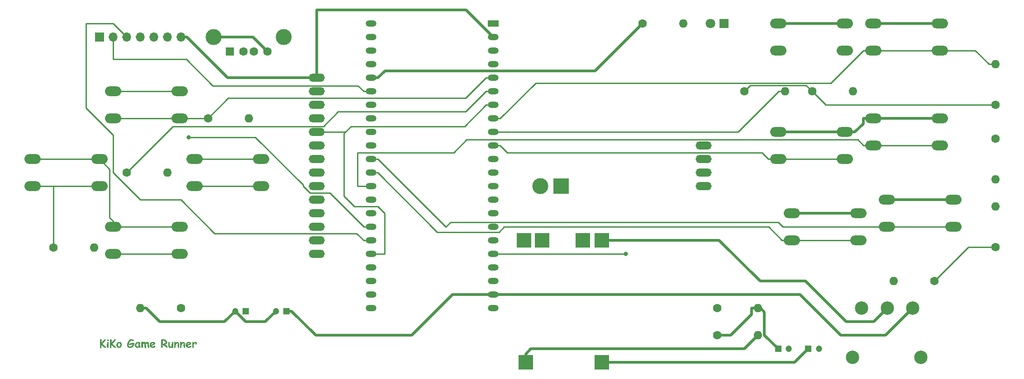
<source format=gbr>
%TF.GenerationSoftware,KiCad,Pcbnew,7.0.5-0*%
%TF.CreationDate,2023-06-25T23:04:33+03:00*%
%TF.ProjectId,esp32_game,65737033-325f-4676-916d-652e6b696361,rev?*%
%TF.SameCoordinates,Original*%
%TF.FileFunction,Copper,L1,Top*%
%TF.FilePolarity,Positive*%
%FSLAX46Y46*%
G04 Gerber Fmt 4.6, Leading zero omitted, Abs format (unit mm)*
G04 Created by KiCad (PCBNEW 7.0.5-0) date 2023-06-25 23:04:33*
%MOMM*%
%LPD*%
G01*
G04 APERTURE LIST*
%ADD10C,0.300000*%
%TA.AperFunction,NonConductor*%
%ADD11C,0.300000*%
%TD*%
%TA.AperFunction,ComponentPad*%
%ADD12O,3.048000X1.850000*%
%TD*%
%TA.AperFunction,ComponentPad*%
%ADD13O,3.000000X1.500000*%
%TD*%
%TA.AperFunction,ComponentPad*%
%ADD14C,2.500000*%
%TD*%
%TA.AperFunction,ComponentPad*%
%ADD15C,1.600000*%
%TD*%
%TA.AperFunction,ComponentPad*%
%ADD16O,1.600000X1.600000*%
%TD*%
%TA.AperFunction,ComponentPad*%
%ADD17R,1.200000X1.200000*%
%TD*%
%TA.AperFunction,ComponentPad*%
%ADD18C,1.200000*%
%TD*%
%TA.AperFunction,ComponentPad*%
%ADD19C,1.800000*%
%TD*%
%TA.AperFunction,ComponentPad*%
%ADD20R,1.800000X1.800000*%
%TD*%
%TA.AperFunction,ComponentPad*%
%ADD21R,1.700000X1.700000*%
%TD*%
%TA.AperFunction,ComponentPad*%
%ADD22O,1.700000X1.700000*%
%TD*%
%TA.AperFunction,ComponentPad*%
%ADD23C,3.000000*%
%TD*%
%TA.AperFunction,ComponentPad*%
%ADD24R,1.600000X1.500000*%
%TD*%
%TA.AperFunction,ComponentPad*%
%ADD25R,2.800000X2.800000*%
%TD*%
%TA.AperFunction,ComponentPad*%
%ADD26R,3.000000X3.000000*%
%TD*%
%TA.AperFunction,ComponentPad*%
%ADD27R,2.000000X1.200000*%
%TD*%
%TA.AperFunction,ComponentPad*%
%ADD28O,2.000000X1.200000*%
%TD*%
%TA.AperFunction,ViaPad*%
%ADD29C,0.800000*%
%TD*%
%TA.AperFunction,Conductor*%
%ADD30C,0.250000*%
%TD*%
%TA.AperFunction,Conductor*%
%ADD31C,0.500000*%
%TD*%
G04 APERTURE END LIST*
D10*
D11*
G36*
X58827030Y-90725579D02*
G01*
X58825931Y-91164483D01*
X58825030Y-91181523D01*
X58822325Y-91198023D01*
X58817817Y-91213981D01*
X58811506Y-91229398D01*
X58803391Y-91244275D01*
X58800286Y-91249113D01*
X58790709Y-91261564D01*
X58780113Y-91272354D01*
X58768498Y-91281485D01*
X58755864Y-91288955D01*
X58742211Y-91294766D01*
X58727539Y-91298916D01*
X58711849Y-91301406D01*
X58695139Y-91302236D01*
X58680195Y-91301650D01*
X58661221Y-91299045D01*
X58643335Y-91294357D01*
X58626537Y-91287585D01*
X58610826Y-91278729D01*
X58596203Y-91267790D01*
X58582668Y-91254767D01*
X58570220Y-91239660D01*
X58567278Y-91235558D01*
X58558863Y-91222351D01*
X58551570Y-91208928D01*
X58545399Y-91195286D01*
X58540350Y-91181427D01*
X58535617Y-91163798D01*
X58532636Y-91145829D01*
X58531514Y-91131208D01*
X58531374Y-91123817D01*
X58531388Y-91109118D01*
X58531430Y-91093965D01*
X58531500Y-91078358D01*
X58531597Y-91062296D01*
X58531723Y-91045780D01*
X58531877Y-91028810D01*
X58532058Y-91011385D01*
X58532267Y-90993505D01*
X58532504Y-90975172D01*
X58532770Y-90956384D01*
X58533063Y-90937142D01*
X58533384Y-90917445D01*
X58533732Y-90897294D01*
X58534109Y-90876688D01*
X58534514Y-90855628D01*
X58534946Y-90834114D01*
X58535407Y-90812146D01*
X58535895Y-90789723D01*
X58536411Y-90766845D01*
X58536956Y-90743513D01*
X58537528Y-90719727D01*
X58538128Y-90695487D01*
X58538756Y-90670792D01*
X58539411Y-90645643D01*
X58540095Y-90620039D01*
X58540807Y-90593981D01*
X58541546Y-90567469D01*
X58542314Y-90540502D01*
X58543109Y-90513081D01*
X58543932Y-90485205D01*
X58544783Y-90456875D01*
X58545662Y-90428091D01*
X58546564Y-90399307D01*
X58547437Y-90370977D01*
X58548281Y-90343101D01*
X58549097Y-90315680D01*
X58549884Y-90288713D01*
X58550643Y-90262201D01*
X58551373Y-90236143D01*
X58552074Y-90210539D01*
X58552746Y-90185390D01*
X58553390Y-90160695D01*
X58554006Y-90136455D01*
X58554593Y-90112668D01*
X58555151Y-90089337D01*
X58555680Y-90066459D01*
X58556181Y-90044036D01*
X58556653Y-90022068D01*
X58557097Y-90000553D01*
X58557512Y-89979494D01*
X58557898Y-89958888D01*
X58558256Y-89938737D01*
X58558585Y-89919040D01*
X58558886Y-89899798D01*
X58559158Y-89881010D01*
X58559401Y-89862676D01*
X58559616Y-89844797D01*
X58559802Y-89827372D01*
X58559959Y-89810402D01*
X58560088Y-89793886D01*
X58560188Y-89777824D01*
X58560260Y-89762217D01*
X58560303Y-89747064D01*
X58560317Y-89732365D01*
X58561319Y-89714564D01*
X58564324Y-89697568D01*
X58569333Y-89681376D01*
X58576345Y-89665990D01*
X58585361Y-89651409D01*
X58596381Y-89637633D01*
X58601350Y-89632348D01*
X58614779Y-89620316D01*
X58629192Y-89610323D01*
X58644589Y-89602370D01*
X58660970Y-89596455D01*
X58678335Y-89592581D01*
X58692935Y-89590949D01*
X58704298Y-89590582D01*
X58719445Y-89591235D01*
X58737445Y-89593886D01*
X58754407Y-89598576D01*
X58770332Y-89605306D01*
X58785219Y-89614075D01*
X58799068Y-89624884D01*
X58806880Y-89632348D01*
X58818596Y-89645802D01*
X58828325Y-89660061D01*
X58836069Y-89675125D01*
X58841828Y-89690995D01*
X58845601Y-89707669D01*
X58847388Y-89725148D01*
X58847547Y-89732365D01*
X58847466Y-89750530D01*
X58847225Y-89769855D01*
X58846822Y-89790338D01*
X58846259Y-89811981D01*
X58845793Y-89827053D01*
X58845257Y-89842641D01*
X58844649Y-89858744D01*
X58843969Y-89875362D01*
X58843217Y-89892495D01*
X58842395Y-89910143D01*
X58841500Y-89928307D01*
X58840534Y-89946986D01*
X58839497Y-89966180D01*
X58838387Y-89985889D01*
X58837004Y-90008647D01*
X58835691Y-90030483D01*
X58834451Y-90051397D01*
X58833281Y-90071390D01*
X58832184Y-90090460D01*
X58831158Y-90108610D01*
X58830203Y-90125838D01*
X58829320Y-90142144D01*
X58828509Y-90157528D01*
X58827426Y-90178877D01*
X58826504Y-90198152D01*
X58825743Y-90215353D01*
X58825143Y-90230480D01*
X58824832Y-90239413D01*
X58835379Y-90228802D01*
X58848978Y-90214644D01*
X58865627Y-90196939D01*
X58885328Y-90175689D01*
X58896322Y-90163734D01*
X58908080Y-90150892D01*
X58920600Y-90137164D01*
X58933883Y-90122549D01*
X58947928Y-90107047D01*
X58962737Y-90090659D01*
X58978308Y-90073385D01*
X58994642Y-90055224D01*
X59011739Y-90036176D01*
X59029598Y-90016242D01*
X59048220Y-89995421D01*
X59067606Y-89973713D01*
X59087753Y-89951119D01*
X59108664Y-89927639D01*
X59130338Y-89903272D01*
X59152774Y-89878018D01*
X59175973Y-89851878D01*
X59199935Y-89824851D01*
X59224659Y-89796937D01*
X59250147Y-89768137D01*
X59276397Y-89738451D01*
X59303410Y-89707877D01*
X59331185Y-89676418D01*
X59359724Y-89644071D01*
X59371848Y-89631535D01*
X59384408Y-89620670D01*
X59397402Y-89611476D01*
X59410832Y-89603954D01*
X59424696Y-89598104D01*
X59438996Y-89593925D01*
X59453731Y-89591418D01*
X59468900Y-89590582D01*
X59486957Y-89591620D01*
X59504263Y-89594732D01*
X59520818Y-89599920D01*
X59536621Y-89607183D01*
X59551672Y-89616521D01*
X59565973Y-89627934D01*
X59571482Y-89633080D01*
X59581786Y-89643991D01*
X59592734Y-89658435D01*
X59601536Y-89673773D01*
X59608190Y-89690005D01*
X59612698Y-89707132D01*
X59615060Y-89725153D01*
X59615446Y-89736395D01*
X59611611Y-89756087D01*
X59603700Y-89775184D01*
X59596030Y-89789976D01*
X59586441Y-89806417D01*
X59574935Y-89824506D01*
X59561511Y-89844244D01*
X59546170Y-89865630D01*
X59528910Y-89888665D01*
X59519562Y-89900801D01*
X59509734Y-89913349D01*
X59499426Y-89926309D01*
X59488639Y-89939682D01*
X59477373Y-89953466D01*
X59465627Y-89967663D01*
X59453401Y-89982271D01*
X59440697Y-89997292D01*
X59427513Y-90012725D01*
X59413849Y-90028571D01*
X59399706Y-90044828D01*
X59385084Y-90061498D01*
X59369982Y-90078579D01*
X59358629Y-90091260D01*
X59347237Y-90103930D01*
X59335808Y-90116590D01*
X59324341Y-90129241D01*
X59312836Y-90141881D01*
X59301293Y-90154511D01*
X59289712Y-90167132D01*
X59278093Y-90179742D01*
X59266437Y-90192342D01*
X59254742Y-90204932D01*
X59243009Y-90217512D01*
X59231239Y-90230082D01*
X59219430Y-90242643D01*
X59207584Y-90255193D01*
X59195700Y-90267733D01*
X59183777Y-90280263D01*
X59171817Y-90292783D01*
X59159819Y-90305293D01*
X59147783Y-90317793D01*
X59135709Y-90330283D01*
X59123597Y-90342763D01*
X59111448Y-90355233D01*
X59099260Y-90367693D01*
X59087034Y-90380143D01*
X59074771Y-90392583D01*
X59062469Y-90405013D01*
X59050130Y-90417433D01*
X59037753Y-90429843D01*
X59025337Y-90442242D01*
X59012884Y-90454632D01*
X59000393Y-90467012D01*
X58987864Y-90479382D01*
X59001883Y-90492754D01*
X59015914Y-90506127D01*
X59029956Y-90519499D01*
X59044009Y-90532871D01*
X59058074Y-90546243D01*
X59072151Y-90559616D01*
X59086239Y-90572988D01*
X59100338Y-90586360D01*
X59114449Y-90599733D01*
X59128571Y-90613105D01*
X59142705Y-90626477D01*
X59156850Y-90639849D01*
X59171006Y-90653222D01*
X59185174Y-90666594D01*
X59199354Y-90679966D01*
X59213545Y-90693339D01*
X59229926Y-90708510D01*
X59246099Y-90723340D01*
X59262063Y-90737830D01*
X59277819Y-90751980D01*
X59293365Y-90765789D01*
X59308702Y-90779257D01*
X59323830Y-90792384D01*
X59338750Y-90805171D01*
X59353460Y-90817618D01*
X59367961Y-90829723D01*
X59382254Y-90841489D01*
X59396337Y-90852913D01*
X59410212Y-90863997D01*
X59423878Y-90874740D01*
X59437334Y-90885143D01*
X59450582Y-90895205D01*
X59463811Y-90904530D01*
X59477304Y-90913272D01*
X59491060Y-90921429D01*
X59505079Y-90929002D01*
X59519361Y-90935992D01*
X59533907Y-90942398D01*
X59548716Y-90948219D01*
X59563789Y-90953457D01*
X59583496Y-90960628D01*
X59601265Y-90968952D01*
X59617096Y-90978428D01*
X59630988Y-90989058D01*
X59642942Y-91000840D01*
X59652957Y-91013774D01*
X59661034Y-91027862D01*
X59667172Y-91043102D01*
X59671372Y-91059495D01*
X59673634Y-91077041D01*
X59674064Y-91089378D01*
X59673086Y-91106037D01*
X59670149Y-91122489D01*
X59665254Y-91138735D01*
X59658402Y-91154774D01*
X59651197Y-91167984D01*
X59646221Y-91175840D01*
X59636226Y-91188978D01*
X59625292Y-91200364D01*
X59613420Y-91209998D01*
X59600608Y-91217881D01*
X59586858Y-91224012D01*
X59572169Y-91228391D01*
X59556542Y-91231018D01*
X59539975Y-91231894D01*
X59521223Y-91231136D01*
X59501787Y-91228860D01*
X59481667Y-91225068D01*
X59460863Y-91219758D01*
X59439375Y-91212932D01*
X59417203Y-91204589D01*
X59394347Y-91194728D01*
X59370806Y-91183351D01*
X59346582Y-91170457D01*
X59321673Y-91156045D01*
X59308963Y-91148271D01*
X59296081Y-91140117D01*
X59283028Y-91131584D01*
X59269804Y-91122672D01*
X59256409Y-91113380D01*
X59242844Y-91103710D01*
X59229107Y-91093660D01*
X59215199Y-91083230D01*
X59201120Y-91072422D01*
X59186870Y-91061234D01*
X59172449Y-91049667D01*
X59157857Y-91037721D01*
X59143059Y-91025142D01*
X59131330Y-91014838D01*
X59118109Y-91002999D01*
X59103397Y-90989627D01*
X59087194Y-90974721D01*
X59069500Y-90958280D01*
X59050315Y-90940305D01*
X59029638Y-90920796D01*
X59018740Y-90910467D01*
X59007470Y-90899753D01*
X58995827Y-90888657D01*
X58983811Y-90877176D01*
X58971422Y-90865312D01*
X58958661Y-90853065D01*
X58945526Y-90840434D01*
X58932019Y-90827419D01*
X58918139Y-90814021D01*
X58903886Y-90800240D01*
X58889261Y-90786075D01*
X58874262Y-90771526D01*
X58858891Y-90756594D01*
X58843147Y-90741278D01*
X58827030Y-90725579D01*
G37*
G36*
X60042260Y-89942292D02*
G01*
X60026049Y-89941656D01*
X60010387Y-89939750D01*
X59995274Y-89936573D01*
X59980711Y-89932125D01*
X59966698Y-89926407D01*
X59953234Y-89919417D01*
X59940320Y-89911157D01*
X59927955Y-89901625D01*
X59916620Y-89891087D01*
X59906797Y-89879987D01*
X59896644Y-89865324D01*
X59888851Y-89849783D01*
X59883420Y-89833367D01*
X59880350Y-89816074D01*
X59879595Y-89801608D01*
X59880775Y-89783623D01*
X59884317Y-89766531D01*
X59890221Y-89750335D01*
X59898485Y-89735033D01*
X59909111Y-89720625D01*
X59919312Y-89709743D01*
X59927955Y-89701957D01*
X59940320Y-89692340D01*
X59953234Y-89684005D01*
X59966698Y-89676953D01*
X59980711Y-89671182D01*
X59995274Y-89666694D01*
X60010387Y-89663489D01*
X60026049Y-89661565D01*
X60042260Y-89660924D01*
X60058466Y-89661565D01*
X60074111Y-89663489D01*
X60089195Y-89666694D01*
X60103718Y-89671182D01*
X60117680Y-89676953D01*
X60131081Y-89684005D01*
X60143921Y-89692340D01*
X60156200Y-89701957D01*
X60167448Y-89712410D01*
X60177197Y-89723435D01*
X60187274Y-89738022D01*
X60195007Y-89753503D01*
X60200397Y-89769878D01*
X60203444Y-89787148D01*
X60204193Y-89801608D01*
X60203022Y-89819602D01*
X60199507Y-89836720D01*
X60193648Y-89852962D01*
X60185446Y-89868326D01*
X60174900Y-89882815D01*
X60164777Y-89893774D01*
X60156200Y-89901625D01*
X60143921Y-89911157D01*
X60131081Y-89919417D01*
X60117680Y-89926407D01*
X60103718Y-89932125D01*
X60089195Y-89936573D01*
X60074111Y-89939750D01*
X60058466Y-89941656D01*
X60042260Y-89942292D01*
G37*
G36*
X60129822Y-90710924D02*
G01*
X60129879Y-90726895D01*
X60130051Y-90745133D01*
X60130254Y-90760300D01*
X60130523Y-90776741D01*
X60130856Y-90794457D01*
X60131253Y-90813449D01*
X60131714Y-90833716D01*
X60132240Y-90855257D01*
X60132627Y-90870327D01*
X60133042Y-90885963D01*
X60133485Y-90902166D01*
X60133929Y-90918325D01*
X60134344Y-90933920D01*
X60134730Y-90948951D01*
X60135256Y-90970440D01*
X60135718Y-90990660D01*
X60136115Y-91009612D01*
X60136448Y-91027295D01*
X60136716Y-91043710D01*
X60136920Y-91058856D01*
X60137092Y-91077077D01*
X60137149Y-91093042D01*
X60136519Y-91107823D01*
X60133961Y-91125364D01*
X60129435Y-91141869D01*
X60122941Y-91157335D01*
X60114480Y-91171765D01*
X60104051Y-91185156D01*
X60096849Y-91192693D01*
X60083833Y-91203986D01*
X60069744Y-91213366D01*
X60054581Y-91220831D01*
X60038345Y-91226381D01*
X60021036Y-91230018D01*
X60006415Y-91231550D01*
X59995000Y-91231894D01*
X59979858Y-91231282D01*
X59961882Y-91228793D01*
X59944961Y-91224391D01*
X59929095Y-91218074D01*
X59914285Y-91209844D01*
X59900530Y-91199699D01*
X59892784Y-91192693D01*
X59881280Y-91179924D01*
X59871725Y-91166117D01*
X59864121Y-91151273D01*
X59858466Y-91135391D01*
X59854761Y-91118472D01*
X59853006Y-91100515D01*
X59852850Y-91093042D01*
X59852793Y-91077077D01*
X59852621Y-91058856D01*
X59852417Y-91043710D01*
X59852149Y-91027295D01*
X59851816Y-91009612D01*
X59851419Y-90990660D01*
X59850958Y-90970440D01*
X59850432Y-90948951D01*
X59850045Y-90933920D01*
X59849630Y-90918325D01*
X59849187Y-90902166D01*
X59848743Y-90885963D01*
X59848328Y-90870327D01*
X59847941Y-90855257D01*
X59847416Y-90833716D01*
X59846954Y-90813449D01*
X59846557Y-90794457D01*
X59846224Y-90776741D01*
X59845956Y-90760300D01*
X59845752Y-90745133D01*
X59845580Y-90726895D01*
X59845523Y-90710924D01*
X59845613Y-90693067D01*
X59845884Y-90674392D01*
X59846334Y-90654899D01*
X59846965Y-90634589D01*
X59847777Y-90613460D01*
X59848769Y-90591514D01*
X59849530Y-90576428D01*
X59850371Y-90560980D01*
X59851293Y-90545167D01*
X59852295Y-90528991D01*
X59853377Y-90512452D01*
X59854539Y-90495549D01*
X59855781Y-90478283D01*
X59857023Y-90460972D01*
X59858185Y-90444028D01*
X59859267Y-90427450D01*
X59860269Y-90411238D01*
X59861191Y-90395393D01*
X59862032Y-90379914D01*
X59862794Y-90364801D01*
X59863475Y-90350055D01*
X59864346Y-90328623D01*
X59865037Y-90308015D01*
X59865548Y-90288231D01*
X59865879Y-90269272D01*
X59866029Y-90251137D01*
X59866039Y-90245275D01*
X59866663Y-90230495D01*
X59869198Y-90212953D01*
X59873683Y-90196449D01*
X59880117Y-90180982D01*
X59888502Y-90166553D01*
X59898836Y-90153161D01*
X59905973Y-90145624D01*
X59919094Y-90134331D01*
X59933271Y-90124952D01*
X59948504Y-90117487D01*
X59964792Y-90111936D01*
X59982135Y-90108299D01*
X59996769Y-90106768D01*
X60008189Y-90106423D01*
X60023324Y-90107036D01*
X60041277Y-90109524D01*
X60058157Y-90113926D01*
X60073964Y-90120243D01*
X60088697Y-90128474D01*
X60102357Y-90138618D01*
X60110038Y-90145624D01*
X60121648Y-90158393D01*
X60131290Y-90172200D01*
X60138964Y-90187044D01*
X60144671Y-90202926D01*
X60148410Y-90219845D01*
X60150181Y-90237802D01*
X60150338Y-90245275D01*
X60150248Y-90263135D01*
X60149977Y-90281820D01*
X60149527Y-90301329D01*
X60148895Y-90321662D01*
X60148084Y-90342820D01*
X60147092Y-90364801D01*
X60146331Y-90379914D01*
X60145489Y-90395393D01*
X60144568Y-90411238D01*
X60143566Y-90427450D01*
X60142484Y-90444028D01*
X60141322Y-90460972D01*
X60140080Y-90478283D01*
X60138838Y-90495549D01*
X60137675Y-90512452D01*
X60136594Y-90528991D01*
X60135592Y-90545167D01*
X60134670Y-90560980D01*
X60133829Y-90576428D01*
X60133067Y-90591514D01*
X60132386Y-90606236D01*
X60131515Y-90627637D01*
X60130823Y-90648220D01*
X60130312Y-90667985D01*
X60129982Y-90686933D01*
X60129832Y-90705063D01*
X60129822Y-90710924D01*
G37*
G36*
X60696953Y-90725579D02*
G01*
X60695854Y-91164483D01*
X60694953Y-91181523D01*
X60692248Y-91198023D01*
X60687740Y-91213981D01*
X60681429Y-91229398D01*
X60673314Y-91244275D01*
X60670209Y-91249113D01*
X60660632Y-91261564D01*
X60650036Y-91272354D01*
X60638421Y-91281485D01*
X60625787Y-91288955D01*
X60612134Y-91294766D01*
X60597463Y-91298916D01*
X60581772Y-91301406D01*
X60565062Y-91302236D01*
X60550118Y-91301650D01*
X60531145Y-91299045D01*
X60513259Y-91294357D01*
X60496460Y-91287585D01*
X60480750Y-91278729D01*
X60466126Y-91267790D01*
X60452591Y-91254767D01*
X60440143Y-91239660D01*
X60437201Y-91235558D01*
X60428786Y-91222351D01*
X60421493Y-91208928D01*
X60415322Y-91195286D01*
X60410273Y-91181427D01*
X60405540Y-91163798D01*
X60402560Y-91145829D01*
X60401438Y-91131208D01*
X60401297Y-91123817D01*
X60401311Y-91109118D01*
X60401353Y-91093965D01*
X60401423Y-91078358D01*
X60401521Y-91062296D01*
X60401646Y-91045780D01*
X60401800Y-91028810D01*
X60401981Y-91011385D01*
X60402190Y-90993505D01*
X60402428Y-90975172D01*
X60402693Y-90956384D01*
X60402986Y-90937142D01*
X60403307Y-90917445D01*
X60403656Y-90897294D01*
X60404032Y-90876688D01*
X60404437Y-90855628D01*
X60404870Y-90834114D01*
X60405330Y-90812146D01*
X60405818Y-90789723D01*
X60406335Y-90766845D01*
X60406879Y-90743513D01*
X60407451Y-90719727D01*
X60408051Y-90695487D01*
X60408679Y-90670792D01*
X60409335Y-90645643D01*
X60410018Y-90620039D01*
X60410730Y-90593981D01*
X60411469Y-90567469D01*
X60412237Y-90540502D01*
X60413032Y-90513081D01*
X60413855Y-90485205D01*
X60414707Y-90456875D01*
X60415586Y-90428091D01*
X60416487Y-90399307D01*
X60417360Y-90370977D01*
X60418205Y-90343101D01*
X60419020Y-90315680D01*
X60419807Y-90288713D01*
X60420566Y-90262201D01*
X60421296Y-90236143D01*
X60421997Y-90210539D01*
X60422670Y-90185390D01*
X60423314Y-90160695D01*
X60423929Y-90136455D01*
X60424516Y-90112668D01*
X60425074Y-90089337D01*
X60425603Y-90066459D01*
X60426104Y-90044036D01*
X60426577Y-90022068D01*
X60427020Y-90000553D01*
X60427435Y-89979494D01*
X60427822Y-89958888D01*
X60428179Y-89938737D01*
X60428509Y-89919040D01*
X60428809Y-89899798D01*
X60429081Y-89881010D01*
X60429324Y-89862676D01*
X60429539Y-89844797D01*
X60429725Y-89827372D01*
X60429882Y-89810402D01*
X60430011Y-89793886D01*
X60430111Y-89777824D01*
X60430183Y-89762217D01*
X60430226Y-89747064D01*
X60430240Y-89732365D01*
X60431242Y-89714564D01*
X60434247Y-89697568D01*
X60439256Y-89681376D01*
X60446269Y-89665990D01*
X60455285Y-89651409D01*
X60466304Y-89637633D01*
X60471273Y-89632348D01*
X60484702Y-89620316D01*
X60499115Y-89610323D01*
X60514512Y-89602370D01*
X60530893Y-89596455D01*
X60548258Y-89592581D01*
X60562858Y-89590949D01*
X60574221Y-89590582D01*
X60589368Y-89591235D01*
X60607368Y-89593886D01*
X60624330Y-89598576D01*
X60640255Y-89605306D01*
X60655142Y-89614075D01*
X60668992Y-89624884D01*
X60676803Y-89632348D01*
X60688519Y-89645802D01*
X60698249Y-89660061D01*
X60705993Y-89675125D01*
X60711751Y-89690995D01*
X60715524Y-89707669D01*
X60717311Y-89725148D01*
X60717470Y-89732365D01*
X60717389Y-89750530D01*
X60717148Y-89769855D01*
X60716745Y-89790338D01*
X60716182Y-89811981D01*
X60715717Y-89827053D01*
X60715180Y-89842641D01*
X60714572Y-89858744D01*
X60713892Y-89875362D01*
X60713141Y-89892495D01*
X60712318Y-89910143D01*
X60711423Y-89928307D01*
X60710457Y-89946986D01*
X60709420Y-89966180D01*
X60708311Y-89985889D01*
X60706927Y-90008647D01*
X60705615Y-90030483D01*
X60704374Y-90051397D01*
X60703205Y-90071390D01*
X60702107Y-90090460D01*
X60701081Y-90108610D01*
X60700126Y-90125838D01*
X60699243Y-90142144D01*
X60698432Y-90157528D01*
X60697349Y-90178877D01*
X60696427Y-90198152D01*
X60695666Y-90215353D01*
X60695066Y-90230480D01*
X60694755Y-90239413D01*
X60705303Y-90228802D01*
X60718901Y-90214644D01*
X60735550Y-90196939D01*
X60755251Y-90175689D01*
X60766246Y-90163734D01*
X60778003Y-90150892D01*
X60790523Y-90137164D01*
X60803806Y-90122549D01*
X60817852Y-90107047D01*
X60832660Y-90090659D01*
X60848231Y-90073385D01*
X60864565Y-90055224D01*
X60881662Y-90036176D01*
X60899521Y-90016242D01*
X60918144Y-89995421D01*
X60937529Y-89973713D01*
X60957677Y-89951119D01*
X60978587Y-89927639D01*
X61000261Y-89903272D01*
X61022697Y-89878018D01*
X61045896Y-89851878D01*
X61069858Y-89824851D01*
X61094582Y-89796937D01*
X61120070Y-89768137D01*
X61146320Y-89738451D01*
X61173333Y-89707877D01*
X61201109Y-89676418D01*
X61229647Y-89644071D01*
X61241771Y-89631535D01*
X61254331Y-89620670D01*
X61267325Y-89611476D01*
X61280755Y-89603954D01*
X61294620Y-89598104D01*
X61308919Y-89593925D01*
X61323654Y-89591418D01*
X61338824Y-89590582D01*
X61356881Y-89591620D01*
X61374186Y-89594732D01*
X61390741Y-89599920D01*
X61406544Y-89607183D01*
X61421595Y-89616521D01*
X61435896Y-89627934D01*
X61441406Y-89633080D01*
X61451710Y-89643991D01*
X61462658Y-89658435D01*
X61471459Y-89673773D01*
X61478114Y-89690005D01*
X61482622Y-89707132D01*
X61484983Y-89725153D01*
X61485369Y-89736395D01*
X61481534Y-89756087D01*
X61473624Y-89775184D01*
X61465953Y-89789976D01*
X61456364Y-89806417D01*
X61444858Y-89824506D01*
X61431434Y-89844244D01*
X61416093Y-89865630D01*
X61398834Y-89888665D01*
X61389485Y-89900801D01*
X61379657Y-89913349D01*
X61369349Y-89926309D01*
X61358562Y-89939682D01*
X61347296Y-89953466D01*
X61335550Y-89967663D01*
X61323325Y-89982271D01*
X61310620Y-89997292D01*
X61297436Y-90012725D01*
X61283772Y-90028571D01*
X61269629Y-90044828D01*
X61255007Y-90061498D01*
X61239905Y-90078579D01*
X61228552Y-90091260D01*
X61217161Y-90103930D01*
X61205731Y-90116590D01*
X61194264Y-90129241D01*
X61182759Y-90141881D01*
X61171216Y-90154511D01*
X61159635Y-90167132D01*
X61148017Y-90179742D01*
X61136360Y-90192342D01*
X61124665Y-90204932D01*
X61112933Y-90217512D01*
X61101162Y-90230082D01*
X61089354Y-90242643D01*
X61077507Y-90255193D01*
X61065623Y-90267733D01*
X61053701Y-90280263D01*
X61041741Y-90292783D01*
X61029742Y-90305293D01*
X61017706Y-90317793D01*
X61005633Y-90330283D01*
X60993521Y-90342763D01*
X60981371Y-90355233D01*
X60969183Y-90367693D01*
X60956958Y-90380143D01*
X60944694Y-90392583D01*
X60932393Y-90405013D01*
X60920053Y-90417433D01*
X60907676Y-90429843D01*
X60895261Y-90442242D01*
X60882807Y-90454632D01*
X60870316Y-90467012D01*
X60857787Y-90479382D01*
X60871807Y-90492754D01*
X60885837Y-90506127D01*
X60899879Y-90519499D01*
X60913933Y-90532871D01*
X60927998Y-90546243D01*
X60942074Y-90559616D01*
X60956162Y-90572988D01*
X60970261Y-90586360D01*
X60984372Y-90599733D01*
X60998494Y-90613105D01*
X61012628Y-90626477D01*
X61026773Y-90639849D01*
X61040929Y-90653222D01*
X61055097Y-90666594D01*
X61069277Y-90679966D01*
X61083468Y-90693339D01*
X61099850Y-90708510D01*
X61116023Y-90723340D01*
X61131987Y-90737830D01*
X61147742Y-90751980D01*
X61163288Y-90765789D01*
X61178625Y-90779257D01*
X61193753Y-90792384D01*
X61208673Y-90805171D01*
X61223383Y-90817618D01*
X61237885Y-90829723D01*
X61252177Y-90841489D01*
X61266261Y-90852913D01*
X61280135Y-90863997D01*
X61293801Y-90874740D01*
X61307258Y-90885143D01*
X61320505Y-90895205D01*
X61333735Y-90904530D01*
X61347227Y-90913272D01*
X61360983Y-90921429D01*
X61375002Y-90929002D01*
X61389285Y-90935992D01*
X61403830Y-90942398D01*
X61418640Y-90948219D01*
X61433712Y-90953457D01*
X61453419Y-90960628D01*
X61471188Y-90968952D01*
X61487019Y-90978428D01*
X61500911Y-90989058D01*
X61512865Y-91000840D01*
X61522880Y-91013774D01*
X61530957Y-91027862D01*
X61537095Y-91043102D01*
X61541295Y-91059495D01*
X61543557Y-91077041D01*
X61543988Y-91089378D01*
X61543009Y-91106037D01*
X61540072Y-91122489D01*
X61535178Y-91138735D01*
X61528326Y-91154774D01*
X61521120Y-91167984D01*
X61516144Y-91175840D01*
X61506149Y-91188978D01*
X61495215Y-91200364D01*
X61483343Y-91209998D01*
X61470532Y-91217881D01*
X61456781Y-91224012D01*
X61442093Y-91228391D01*
X61426465Y-91231018D01*
X61409898Y-91231894D01*
X61391146Y-91231136D01*
X61371711Y-91228860D01*
X61351591Y-91225068D01*
X61330787Y-91219758D01*
X61309298Y-91212932D01*
X61287126Y-91204589D01*
X61264270Y-91194728D01*
X61240730Y-91183351D01*
X61216505Y-91170457D01*
X61191597Y-91156045D01*
X61178886Y-91148271D01*
X61166004Y-91140117D01*
X61152951Y-91131584D01*
X61139728Y-91122672D01*
X61126333Y-91113380D01*
X61112767Y-91103710D01*
X61099030Y-91093660D01*
X61085122Y-91083230D01*
X61071043Y-91072422D01*
X61056793Y-91061234D01*
X61042372Y-91049667D01*
X61027780Y-91037721D01*
X61012982Y-91025142D01*
X61001253Y-91014838D01*
X60988032Y-91002999D01*
X60973321Y-90989627D01*
X60957118Y-90974721D01*
X60939423Y-90958280D01*
X60920238Y-90940305D01*
X60899561Y-90920796D01*
X60888664Y-90910467D01*
X60877393Y-90899753D01*
X60865750Y-90888657D01*
X60853734Y-90877176D01*
X60841345Y-90865312D01*
X60828584Y-90853065D01*
X60815449Y-90840434D01*
X60801942Y-90827419D01*
X60788062Y-90814021D01*
X60773809Y-90800240D01*
X60759184Y-90786075D01*
X60744185Y-90771526D01*
X60728814Y-90756594D01*
X60713070Y-90741278D01*
X60696953Y-90725579D01*
G37*
G36*
X62202473Y-90107079D02*
G01*
X62227223Y-90109045D01*
X62251314Y-90112322D01*
X62274747Y-90116910D01*
X62297522Y-90122809D01*
X62319638Y-90130019D01*
X62341096Y-90138540D01*
X62361896Y-90148372D01*
X62382037Y-90159514D01*
X62401520Y-90171968D01*
X62420345Y-90185732D01*
X62438512Y-90200808D01*
X62456020Y-90217194D01*
X62472870Y-90234891D01*
X62489061Y-90253899D01*
X62504595Y-90274218D01*
X62517815Y-90293368D01*
X62530183Y-90313081D01*
X62541698Y-90333359D01*
X62552359Y-90354200D01*
X62562168Y-90375605D01*
X62571124Y-90397574D01*
X62579227Y-90420107D01*
X62586477Y-90443203D01*
X62592874Y-90466864D01*
X62598418Y-90491088D01*
X62603110Y-90515877D01*
X62606948Y-90541229D01*
X62609933Y-90567145D01*
X62612065Y-90593625D01*
X62613345Y-90620668D01*
X62613771Y-90648276D01*
X62613646Y-90663410D01*
X62613272Y-90678405D01*
X62612648Y-90693260D01*
X62611773Y-90707976D01*
X62609276Y-90736989D01*
X62605780Y-90765444D01*
X62601285Y-90793340D01*
X62595791Y-90820679D01*
X62589298Y-90847459D01*
X62581806Y-90873681D01*
X62573315Y-90899346D01*
X62563826Y-90924452D01*
X62553337Y-90948999D01*
X62541849Y-90972989D01*
X62529363Y-90996421D01*
X62515878Y-91019294D01*
X62501393Y-91041609D01*
X62485910Y-91063367D01*
X62476862Y-91075178D01*
X62467622Y-91086614D01*
X62448570Y-91108361D01*
X62428753Y-91128608D01*
X62408172Y-91147356D01*
X62386827Y-91164603D01*
X62364718Y-91180351D01*
X62341845Y-91194599D01*
X62318207Y-91207348D01*
X62293805Y-91218596D01*
X62268639Y-91228345D01*
X62242709Y-91236594D01*
X62216014Y-91243343D01*
X62188555Y-91248592D01*
X62160333Y-91252342D01*
X62131345Y-91254592D01*
X62116565Y-91255154D01*
X62101594Y-91255341D01*
X62077989Y-91254822D01*
X62054802Y-91253263D01*
X62032034Y-91250666D01*
X62009682Y-91247030D01*
X61987749Y-91242354D01*
X61966234Y-91236640D01*
X61945136Y-91229886D01*
X61924457Y-91222094D01*
X61904195Y-91213262D01*
X61884351Y-91203392D01*
X61864926Y-91192483D01*
X61845918Y-91180534D01*
X61827327Y-91167547D01*
X61809155Y-91153521D01*
X61791401Y-91138455D01*
X61774064Y-91122351D01*
X61755846Y-91103744D01*
X61738745Y-91084375D01*
X61722759Y-91064245D01*
X61707890Y-91043354D01*
X61694137Y-91021701D01*
X61681500Y-90999287D01*
X61669980Y-90976112D01*
X61659576Y-90952175D01*
X61650288Y-90927477D01*
X61642116Y-90902017D01*
X61635061Y-90875797D01*
X61629122Y-90848814D01*
X61624299Y-90821071D01*
X61620592Y-90792566D01*
X61618002Y-90763300D01*
X61617125Y-90748381D01*
X61616528Y-90733272D01*
X61616509Y-90731807D01*
X61901926Y-90731807D01*
X61902199Y-90747060D01*
X61903019Y-90761860D01*
X61905274Y-90783213D01*
X61908759Y-90803548D01*
X61913474Y-90822866D01*
X61919419Y-90841167D01*
X61926595Y-90858449D01*
X61935000Y-90874715D01*
X61944635Y-90889962D01*
X61955501Y-90904193D01*
X61967596Y-90917405D01*
X61971901Y-90921584D01*
X61986115Y-90933863D01*
X62000913Y-90944504D01*
X62016294Y-90953509D01*
X62032260Y-90960876D01*
X62048809Y-90966606D01*
X62065942Y-90970699D01*
X62083659Y-90973155D01*
X62101960Y-90973974D01*
X62118581Y-90973439D01*
X62134783Y-90971836D01*
X62150566Y-90969163D01*
X62165931Y-90965421D01*
X62180877Y-90960611D01*
X62195405Y-90954731D01*
X62209514Y-90947782D01*
X62223204Y-90939764D01*
X62236476Y-90930678D01*
X62249329Y-90920522D01*
X62257665Y-90913157D01*
X62271132Y-90899386D01*
X62283369Y-90884727D01*
X62294376Y-90869178D01*
X62304153Y-90852741D01*
X62312700Y-90835416D01*
X62320017Y-90817201D01*
X62326104Y-90798098D01*
X62330961Y-90778106D01*
X62334588Y-90757226D01*
X62336985Y-90735456D01*
X62337899Y-90720450D01*
X62338528Y-90700050D01*
X62338765Y-90680296D01*
X62338611Y-90661187D01*
X62338065Y-90642723D01*
X62337128Y-90624905D01*
X62335800Y-90607732D01*
X62334080Y-90591205D01*
X62331968Y-90575324D01*
X62329466Y-90560087D01*
X62326572Y-90545496D01*
X62319609Y-90518251D01*
X62311081Y-90493587D01*
X62300988Y-90471505D01*
X62289329Y-90452005D01*
X62276104Y-90435086D01*
X62261313Y-90420749D01*
X62244957Y-90408994D01*
X62227035Y-90399821D01*
X62207548Y-90393229D01*
X62186495Y-90389219D01*
X62163876Y-90387791D01*
X62148240Y-90388113D01*
X62133021Y-90389354D01*
X62118221Y-90391513D01*
X62103838Y-90394591D01*
X62083048Y-90400932D01*
X62063197Y-90409339D01*
X62044287Y-90419814D01*
X62026318Y-90432356D01*
X62014860Y-90441865D01*
X62003821Y-90452294D01*
X61993199Y-90463641D01*
X61982995Y-90475907D01*
X61973209Y-90489092D01*
X61963841Y-90503196D01*
X61952776Y-90521827D01*
X61942799Y-90541037D01*
X61933911Y-90560827D01*
X61926111Y-90581197D01*
X61919400Y-90602146D01*
X61915530Y-90616434D01*
X61912144Y-90630980D01*
X61909242Y-90645784D01*
X61906823Y-90660845D01*
X61904888Y-90676163D01*
X61903437Y-90691739D01*
X61902470Y-90707573D01*
X61901986Y-90723665D01*
X61901926Y-90731807D01*
X61616509Y-90731807D01*
X61616156Y-90704526D01*
X61616871Y-90676171D01*
X61618674Y-90648209D01*
X61621565Y-90620638D01*
X61625544Y-90593460D01*
X61630610Y-90566674D01*
X61636764Y-90540280D01*
X61644005Y-90514278D01*
X61652334Y-90488668D01*
X61661751Y-90463451D01*
X61672255Y-90438625D01*
X61683847Y-90414192D01*
X61696527Y-90390151D01*
X61710294Y-90366502D01*
X61725149Y-90343245D01*
X61741092Y-90320380D01*
X61751011Y-90307216D01*
X61761170Y-90294471D01*
X61771568Y-90282143D01*
X61782205Y-90270234D01*
X61793080Y-90258742D01*
X61804195Y-90247668D01*
X61815549Y-90237012D01*
X61827141Y-90226774D01*
X61838973Y-90216953D01*
X61851044Y-90207551D01*
X61863354Y-90198567D01*
X61875902Y-90190000D01*
X61888690Y-90181851D01*
X61901717Y-90174120D01*
X61914982Y-90166807D01*
X61928487Y-90159912D01*
X61942231Y-90153435D01*
X61956213Y-90147376D01*
X61970435Y-90141734D01*
X61984896Y-90136511D01*
X61999595Y-90131705D01*
X62014534Y-90127317D01*
X62029712Y-90123347D01*
X62045128Y-90119795D01*
X62060784Y-90116661D01*
X62076678Y-90113945D01*
X62092812Y-90111647D01*
X62109185Y-90109766D01*
X62125796Y-90108304D01*
X62142647Y-90107259D01*
X62159736Y-90106632D01*
X62177065Y-90106423D01*
X62202473Y-90107079D01*
G37*
G36*
X64961434Y-90574637D02*
G01*
X64956921Y-90593797D01*
X64952130Y-90612717D01*
X64947061Y-90631398D01*
X64941713Y-90649839D01*
X64936087Y-90668040D01*
X64930182Y-90686001D01*
X64924000Y-90703723D01*
X64917539Y-90721205D01*
X64910799Y-90738448D01*
X64903781Y-90755450D01*
X64896485Y-90772213D01*
X64888911Y-90788736D01*
X64881058Y-90805020D01*
X64872927Y-90821064D01*
X64864517Y-90836868D01*
X64855829Y-90852432D01*
X64846863Y-90867757D01*
X64837618Y-90882842D01*
X64828095Y-90897687D01*
X64818294Y-90912293D01*
X64808214Y-90926659D01*
X64797856Y-90940785D01*
X64787220Y-90954671D01*
X64776305Y-90968318D01*
X64765112Y-90981725D01*
X64753641Y-90994892D01*
X64741891Y-91007820D01*
X64729863Y-91020508D01*
X64717556Y-91032956D01*
X64704971Y-91045164D01*
X64692108Y-91057133D01*
X64678967Y-91068862D01*
X64665453Y-91080335D01*
X64651793Y-91091444D01*
X64637987Y-91102188D01*
X64624035Y-91112568D01*
X64609937Y-91122584D01*
X64595693Y-91132236D01*
X64581303Y-91141523D01*
X64566768Y-91150447D01*
X64552086Y-91159006D01*
X64537258Y-91167201D01*
X64522284Y-91175031D01*
X64507165Y-91182498D01*
X64491899Y-91189600D01*
X64476487Y-91196338D01*
X64460930Y-91202712D01*
X64445226Y-91208722D01*
X64429377Y-91214367D01*
X64413381Y-91219648D01*
X64397240Y-91224565D01*
X64380952Y-91229118D01*
X64364519Y-91233306D01*
X64347939Y-91237131D01*
X64331214Y-91240591D01*
X64314343Y-91243686D01*
X64297325Y-91246418D01*
X64280162Y-91248786D01*
X64262853Y-91250789D01*
X64245397Y-91252428D01*
X64227796Y-91253702D01*
X64210049Y-91254613D01*
X64192156Y-91255159D01*
X64174117Y-91255341D01*
X64157123Y-91255202D01*
X64140397Y-91254785D01*
X64123938Y-91254089D01*
X64107748Y-91253115D01*
X64091824Y-91251862D01*
X64076169Y-91250331D01*
X64060781Y-91248522D01*
X64045660Y-91246434D01*
X64030807Y-91244068D01*
X64016222Y-91241424D01*
X63987855Y-91235300D01*
X63960558Y-91228063D01*
X63934331Y-91219713D01*
X63909175Y-91210249D01*
X63885090Y-91199671D01*
X63862075Y-91187981D01*
X63840130Y-91175176D01*
X63819256Y-91161259D01*
X63799452Y-91146228D01*
X63780719Y-91130083D01*
X63763056Y-91112826D01*
X63746464Y-91094410D01*
X63730942Y-91074884D01*
X63716491Y-91054248D01*
X63703110Y-91032500D01*
X63690799Y-91009643D01*
X63679559Y-90985674D01*
X63669390Y-90960596D01*
X63660291Y-90934406D01*
X63652262Y-90907106D01*
X63645304Y-90878696D01*
X63642227Y-90864074D01*
X63639417Y-90849175D01*
X63636874Y-90833998D01*
X63634600Y-90818544D01*
X63632592Y-90802811D01*
X63630853Y-90786802D01*
X63629381Y-90770514D01*
X63628177Y-90753949D01*
X63627240Y-90737106D01*
X63626571Y-90719986D01*
X63626170Y-90702588D01*
X63626036Y-90684912D01*
X63626162Y-90668665D01*
X63626542Y-90652392D01*
X63627176Y-90636093D01*
X63628062Y-90619768D01*
X63629202Y-90603418D01*
X63630595Y-90587041D01*
X63632242Y-90570640D01*
X63634142Y-90554212D01*
X63636295Y-90537758D01*
X63638701Y-90521279D01*
X63641361Y-90504774D01*
X63644274Y-90488243D01*
X63647440Y-90471687D01*
X63650860Y-90455105D01*
X63654533Y-90438497D01*
X63658459Y-90421863D01*
X63662639Y-90405203D01*
X63667071Y-90388518D01*
X63671758Y-90371807D01*
X63676697Y-90355070D01*
X63681890Y-90338307D01*
X63687336Y-90321519D01*
X63693035Y-90304705D01*
X63698988Y-90287865D01*
X63705194Y-90270999D01*
X63711653Y-90254108D01*
X63718366Y-90237191D01*
X63725332Y-90220248D01*
X63732551Y-90203279D01*
X63740024Y-90186285D01*
X63747750Y-90169265D01*
X63755729Y-90152219D01*
X63763930Y-90135238D01*
X63772275Y-90118460D01*
X63780765Y-90101885D01*
X63789400Y-90085512D01*
X63798179Y-90069341D01*
X63807103Y-90053373D01*
X63816171Y-90037608D01*
X63825384Y-90022045D01*
X63834741Y-90006684D01*
X63844243Y-89991526D01*
X63853889Y-89976571D01*
X63863680Y-89961818D01*
X63873616Y-89947268D01*
X63883696Y-89932920D01*
X63893920Y-89918774D01*
X63904289Y-89904831D01*
X63914803Y-89891091D01*
X63925461Y-89877553D01*
X63936264Y-89864217D01*
X63947211Y-89851084D01*
X63958303Y-89838154D01*
X63969540Y-89825426D01*
X63980920Y-89812901D01*
X63992446Y-89800578D01*
X64004116Y-89788457D01*
X64015930Y-89776539D01*
X64027889Y-89764824D01*
X64039993Y-89753311D01*
X64052241Y-89742000D01*
X64064634Y-89730893D01*
X64077171Y-89719987D01*
X64089853Y-89709284D01*
X64107796Y-89694910D01*
X64125905Y-89681463D01*
X64144181Y-89668944D01*
X64162622Y-89657352D01*
X64181229Y-89646687D01*
X64200003Y-89636950D01*
X64218942Y-89628140D01*
X64238047Y-89620258D01*
X64257319Y-89613303D01*
X64276756Y-89607275D01*
X64296359Y-89602174D01*
X64316129Y-89598001D01*
X64336064Y-89594755D01*
X64356165Y-89592437D01*
X64376433Y-89591046D01*
X64396866Y-89590582D01*
X64416188Y-89591217D01*
X64436786Y-89593120D01*
X64458658Y-89596291D01*
X64473948Y-89599111D01*
X64489805Y-89602494D01*
X64506228Y-89606441D01*
X64523218Y-89610952D01*
X64540775Y-89616026D01*
X64558899Y-89621665D01*
X64577589Y-89627867D01*
X64596846Y-89634634D01*
X64616670Y-89641964D01*
X64637060Y-89649858D01*
X64658017Y-89658316D01*
X64668709Y-89662756D01*
X64693419Y-89673516D01*
X64716536Y-89684366D01*
X64738059Y-89695304D01*
X64757987Y-89706330D01*
X64776321Y-89717446D01*
X64793061Y-89728650D01*
X64808206Y-89739943D01*
X64821757Y-89751325D01*
X64833714Y-89762795D01*
X64844077Y-89774354D01*
X64856632Y-89791859D01*
X64865599Y-89809564D01*
X64870980Y-89827468D01*
X64872773Y-89845572D01*
X64871736Y-89862688D01*
X64868623Y-89879231D01*
X64863435Y-89895203D01*
X64856173Y-89910601D01*
X64846835Y-89925428D01*
X64835421Y-89939682D01*
X64830275Y-89945223D01*
X64819439Y-89955527D01*
X64805040Y-89966475D01*
X64789693Y-89975276D01*
X64773398Y-89981931D01*
X64756155Y-89986439D01*
X64737964Y-89988800D01*
X64726594Y-89989187D01*
X64709411Y-89986382D01*
X64692780Y-89980943D01*
X64676860Y-89974532D01*
X64663395Y-89968521D01*
X64648623Y-89961480D01*
X64632543Y-89953409D01*
X64615156Y-89944307D01*
X64596462Y-89934175D01*
X64589940Y-89930568D01*
X64576821Y-89923470D01*
X64557406Y-89913681D01*
X64538306Y-89904923D01*
X64519521Y-89897195D01*
X64501052Y-89890497D01*
X64482899Y-89884830D01*
X64465061Y-89880193D01*
X64447539Y-89876587D01*
X64430333Y-89874011D01*
X64413442Y-89872465D01*
X64396866Y-89871950D01*
X64378914Y-89873666D01*
X64359815Y-89878815D01*
X64339570Y-89887396D01*
X64325436Y-89895024D01*
X64310793Y-89904177D01*
X64295640Y-89914856D01*
X64279978Y-89927061D01*
X64263807Y-89940791D01*
X64247126Y-89956047D01*
X64229935Y-89972828D01*
X64212235Y-89991135D01*
X64194026Y-90010967D01*
X64175307Y-90032325D01*
X64165756Y-90043576D01*
X64156078Y-90055208D01*
X64146273Y-90067222D01*
X64132140Y-90085014D01*
X64118457Y-90102897D01*
X64105221Y-90120872D01*
X64092435Y-90138938D01*
X64080097Y-90157096D01*
X64068207Y-90175345D01*
X64056767Y-90193686D01*
X64045775Y-90212119D01*
X64035231Y-90230643D01*
X64025137Y-90249259D01*
X64015491Y-90267967D01*
X64006293Y-90286766D01*
X63997545Y-90305657D01*
X63989244Y-90324639D01*
X63981393Y-90343713D01*
X63973990Y-90362878D01*
X63967036Y-90382135D01*
X63960531Y-90401484D01*
X63954474Y-90420924D01*
X63948866Y-90440456D01*
X63943706Y-90460079D01*
X63938995Y-90479794D01*
X63934733Y-90499601D01*
X63930920Y-90519499D01*
X63927555Y-90539489D01*
X63924638Y-90559570D01*
X63922171Y-90579743D01*
X63920152Y-90600007D01*
X63918582Y-90620363D01*
X63917460Y-90640811D01*
X63916787Y-90661350D01*
X63916563Y-90681981D01*
X63916760Y-90702581D01*
X63917353Y-90722339D01*
X63918340Y-90741255D01*
X63919723Y-90759330D01*
X63921500Y-90776563D01*
X63923672Y-90792955D01*
X63926240Y-90808506D01*
X63929202Y-90823215D01*
X63934386Y-90843700D01*
X63940459Y-90862293D01*
X63947421Y-90878992D01*
X63955271Y-90893797D01*
X63964010Y-90906709D01*
X63967121Y-90910593D01*
X63978029Y-90921920D01*
X63990696Y-90932132D01*
X64005120Y-90941231D01*
X64021303Y-90949215D01*
X64039244Y-90956086D01*
X64058942Y-90961842D01*
X64080399Y-90966484D01*
X64095681Y-90968960D01*
X64111744Y-90970941D01*
X64128588Y-90972426D01*
X64146213Y-90973417D01*
X64164620Y-90973912D01*
X64174117Y-90973974D01*
X64193660Y-90973614D01*
X64212906Y-90972537D01*
X64231853Y-90970741D01*
X64250504Y-90968226D01*
X64268856Y-90964993D01*
X64286911Y-90961042D01*
X64304668Y-90956372D01*
X64322128Y-90950984D01*
X64339290Y-90944878D01*
X64356154Y-90938053D01*
X64372721Y-90930509D01*
X64388989Y-90922248D01*
X64404961Y-90913267D01*
X64420634Y-90903569D01*
X64436010Y-90893152D01*
X64451088Y-90882016D01*
X64466676Y-90869533D01*
X64481748Y-90856354D01*
X64496305Y-90842479D01*
X64510348Y-90827909D01*
X64523874Y-90812643D01*
X64536886Y-90796682D01*
X64549383Y-90780025D01*
X64561364Y-90762673D01*
X64572830Y-90744625D01*
X64583781Y-90725882D01*
X64594216Y-90706443D01*
X64604137Y-90686309D01*
X64613542Y-90665479D01*
X64622432Y-90643954D01*
X64630807Y-90621733D01*
X64638667Y-90598817D01*
X64623797Y-90599995D01*
X64609048Y-90601287D01*
X64594420Y-90602691D01*
X64565523Y-90605840D01*
X64537106Y-90609441D01*
X64509171Y-90613493D01*
X64481717Y-90617999D01*
X64454743Y-90622956D01*
X64428250Y-90628366D01*
X64402239Y-90634227D01*
X64376708Y-90640541D01*
X64351657Y-90647308D01*
X64327088Y-90654526D01*
X64303000Y-90662197D01*
X64279392Y-90670320D01*
X64256265Y-90678895D01*
X64233619Y-90687923D01*
X64222477Y-90692606D01*
X64208532Y-90698173D01*
X64192595Y-90702862D01*
X64176658Y-90705764D01*
X64160722Y-90706880D01*
X64158729Y-90706894D01*
X64143044Y-90706167D01*
X64128046Y-90703986D01*
X64113735Y-90700351D01*
X64096812Y-90693763D01*
X64080963Y-90684902D01*
X64069056Y-90676178D01*
X64057836Y-90666000D01*
X64052484Y-90660366D01*
X64041507Y-90647266D01*
X64032391Y-90633611D01*
X64025135Y-90619402D01*
X64019740Y-90604638D01*
X64016205Y-90589320D01*
X64014531Y-90573447D01*
X64014382Y-90566943D01*
X64015839Y-90548069D01*
X64020209Y-90529917D01*
X64027494Y-90512486D01*
X64037692Y-90495777D01*
X64050804Y-90479788D01*
X64066829Y-90464521D01*
X64085769Y-90449975D01*
X64107622Y-90436151D01*
X64132388Y-90423048D01*
X64145864Y-90416767D01*
X64160069Y-90410666D01*
X64175002Y-90404745D01*
X64190663Y-90399005D01*
X64207053Y-90393445D01*
X64224171Y-90388066D01*
X64242018Y-90382866D01*
X64260593Y-90377847D01*
X64279897Y-90373009D01*
X64299929Y-90368351D01*
X64320689Y-90363873D01*
X64342178Y-90359575D01*
X64364395Y-90355458D01*
X64387341Y-90351521D01*
X64413901Y-90347395D01*
X64441007Y-90343535D01*
X64468661Y-90339942D01*
X64496861Y-90336614D01*
X64525607Y-90333553D01*
X64554901Y-90330758D01*
X64569753Y-90329461D01*
X64584741Y-90328229D01*
X64599866Y-90327065D01*
X64615128Y-90325967D01*
X64630526Y-90324935D01*
X64646061Y-90323970D01*
X64661733Y-90323072D01*
X64677541Y-90322240D01*
X64693486Y-90321475D01*
X64709568Y-90320776D01*
X64725787Y-90320144D01*
X64742142Y-90319578D01*
X64758633Y-90319079D01*
X64775262Y-90318647D01*
X64792027Y-90318281D01*
X64808929Y-90317981D01*
X64825967Y-90317748D01*
X64843142Y-90317582D01*
X64860454Y-90317482D01*
X64877903Y-90317449D01*
X64892981Y-90318084D01*
X64910959Y-90320666D01*
X64927971Y-90325233D01*
X64944018Y-90331785D01*
X64959098Y-90340324D01*
X64973212Y-90350848D01*
X64981217Y-90358115D01*
X64993249Y-90371165D01*
X65003242Y-90385128D01*
X65011195Y-90400002D01*
X65017109Y-90415789D01*
X65020984Y-90432488D01*
X65022820Y-90450100D01*
X65022983Y-90457400D01*
X65022021Y-90475741D01*
X65019136Y-90493029D01*
X65014327Y-90509264D01*
X65007595Y-90524445D01*
X64998940Y-90538573D01*
X64988361Y-90551647D01*
X64975859Y-90563669D01*
X64961434Y-90574637D01*
G37*
G36*
X65712041Y-90106903D02*
G01*
X65731194Y-90108342D01*
X65750887Y-90110741D01*
X65771121Y-90114100D01*
X65791897Y-90118418D01*
X65813213Y-90123695D01*
X65827725Y-90127747D01*
X65842477Y-90132225D01*
X65857469Y-90137129D01*
X65872702Y-90142460D01*
X65888175Y-90148217D01*
X65903888Y-90154401D01*
X65919842Y-90161011D01*
X65938697Y-90169338D01*
X65956336Y-90177830D01*
X65972758Y-90186488D01*
X65987963Y-90195312D01*
X66001952Y-90204302D01*
X66014725Y-90213459D01*
X66026281Y-90222781D01*
X66041335Y-90237076D01*
X66053651Y-90251744D01*
X66063231Y-90266785D01*
X66070073Y-90282201D01*
X66074179Y-90297989D01*
X66075547Y-90314152D01*
X66074408Y-90329742D01*
X66070989Y-90344455D01*
X66065292Y-90358292D01*
X66057315Y-90371253D01*
X66051734Y-90378265D01*
X66048041Y-90394125D01*
X66044658Y-90411479D01*
X66042075Y-90427081D01*
X66039707Y-90443722D01*
X66037553Y-90461399D01*
X66035984Y-90476289D01*
X66035614Y-90480115D01*
X66034326Y-90495737D01*
X66033209Y-90512011D01*
X66032265Y-90528938D01*
X66031492Y-90546518D01*
X66030891Y-90564751D01*
X66030462Y-90583635D01*
X66030204Y-90603173D01*
X66030123Y-90618254D01*
X66030118Y-90623363D01*
X66030227Y-90647165D01*
X66030553Y-90670120D01*
X66031097Y-90692228D01*
X66031858Y-90713489D01*
X66032837Y-90733902D01*
X66034034Y-90753468D01*
X66035448Y-90772187D01*
X66037079Y-90790059D01*
X66038928Y-90807083D01*
X66040995Y-90823261D01*
X66043279Y-90838591D01*
X66045780Y-90853073D01*
X66049940Y-90873209D01*
X66054590Y-90891439D01*
X66057962Y-90902533D01*
X66063837Y-90916579D01*
X66069806Y-90930015D01*
X66076037Y-90943843D01*
X66083562Y-90960406D01*
X66090054Y-90974625D01*
X66097275Y-90990382D01*
X66105223Y-91007679D01*
X66112425Y-91023371D01*
X66118919Y-91037750D01*
X66126475Y-91054877D01*
X66132772Y-91069669D01*
X66138872Y-91084875D01*
X66144106Y-91100032D01*
X66145523Y-91107330D01*
X66144503Y-91123607D01*
X66141444Y-91139008D01*
X66136346Y-91153532D01*
X66129208Y-91167179D01*
X66120031Y-91179950D01*
X66108815Y-91191845D01*
X66103757Y-91196357D01*
X66090393Y-91206595D01*
X66076402Y-91215097D01*
X66061785Y-91221865D01*
X66046542Y-91226897D01*
X66030672Y-91230194D01*
X66014177Y-91231755D01*
X66007404Y-91231894D01*
X65991275Y-91229649D01*
X65976414Y-91224620D01*
X65959813Y-91216718D01*
X65946221Y-91208905D01*
X65931649Y-91199476D01*
X65916099Y-91188430D01*
X65899569Y-91175768D01*
X65888006Y-91166428D01*
X65876008Y-91156370D01*
X65863574Y-91145594D01*
X65857194Y-91139937D01*
X65839602Y-91148258D01*
X65822410Y-91156187D01*
X65805616Y-91163723D01*
X65789222Y-91170866D01*
X65773227Y-91177616D01*
X65757632Y-91183973D01*
X65742436Y-91189938D01*
X65727639Y-91195510D01*
X65713241Y-91200688D01*
X65699243Y-91205474D01*
X65690132Y-91208447D01*
X65672426Y-91213942D01*
X65655396Y-91218705D01*
X65639041Y-91222735D01*
X65623362Y-91226032D01*
X65608358Y-91228597D01*
X65590554Y-91230772D01*
X65573804Y-91231803D01*
X65567400Y-91231894D01*
X65552019Y-91231765D01*
X65536880Y-91231379D01*
X65521983Y-91230735D01*
X65507328Y-91229833D01*
X65478743Y-91227257D01*
X65451125Y-91223651D01*
X65424475Y-91219014D01*
X65398792Y-91213347D01*
X65374077Y-91206649D01*
X65350329Y-91198921D01*
X65327549Y-91190163D01*
X65305736Y-91180374D01*
X65284890Y-91169555D01*
X65265012Y-91157705D01*
X65246101Y-91144825D01*
X65228158Y-91130915D01*
X65211182Y-91115974D01*
X65195174Y-91100003D01*
X65180134Y-91082958D01*
X65166065Y-91064889D01*
X65152966Y-91045795D01*
X65140838Y-91025677D01*
X65129679Y-91004534D01*
X65119491Y-90982366D01*
X65110273Y-90959173D01*
X65102026Y-90934956D01*
X65094749Y-90909714D01*
X65088442Y-90883447D01*
X65083105Y-90856156D01*
X65078739Y-90827840D01*
X65076920Y-90813298D01*
X65075343Y-90798500D01*
X65074009Y-90783445D01*
X65072917Y-90768134D01*
X65072068Y-90752567D01*
X65071462Y-90736744D01*
X65071168Y-90723747D01*
X65356374Y-90723747D01*
X65356567Y-90740519D01*
X65357147Y-90756765D01*
X65358113Y-90772485D01*
X65359465Y-90787677D01*
X65361204Y-90802343D01*
X65364537Y-90823355D01*
X65368739Y-90843182D01*
X65373811Y-90861823D01*
X65379751Y-90879280D01*
X65386562Y-90895552D01*
X65394241Y-90910638D01*
X65402791Y-90924540D01*
X65405833Y-90928911D01*
X65415542Y-90941154D01*
X65426119Y-90952194D01*
X65437566Y-90962029D01*
X65449883Y-90970659D01*
X65463069Y-90978086D01*
X65477124Y-90984308D01*
X65492049Y-90989326D01*
X65507843Y-90993139D01*
X65524506Y-90995748D01*
X65542039Y-90997153D01*
X65554211Y-90997421D01*
X65570045Y-90997095D01*
X65585672Y-90996116D01*
X65601094Y-90994484D01*
X65616310Y-90992200D01*
X65631319Y-90989264D01*
X65646123Y-90985674D01*
X65660720Y-90981433D01*
X65675111Y-90976538D01*
X65689296Y-90971008D01*
X65703275Y-90964860D01*
X65717048Y-90958094D01*
X65730615Y-90950710D01*
X65743976Y-90942707D01*
X65757131Y-90934086D01*
X65770080Y-90924847D01*
X65782822Y-90914989D01*
X65780929Y-90899973D01*
X65779096Y-90885195D01*
X65775609Y-90856354D01*
X65772364Y-90828466D01*
X65769358Y-90801531D01*
X65766593Y-90775549D01*
X65764069Y-90750520D01*
X65761785Y-90726445D01*
X65759741Y-90703322D01*
X65757938Y-90681153D01*
X65756375Y-90659937D01*
X65755053Y-90639673D01*
X65753971Y-90620363D01*
X65753130Y-90602007D01*
X65752529Y-90584603D01*
X65752168Y-90568152D01*
X65752048Y-90552655D01*
X65752258Y-90537934D01*
X65752889Y-90522301D01*
X65753941Y-90505757D01*
X65755177Y-90490850D01*
X65756444Y-90477916D01*
X65758385Y-90461658D01*
X65760634Y-90444755D01*
X65762745Y-90430177D01*
X65765071Y-90415152D01*
X65767611Y-90399680D01*
X65770366Y-90383761D01*
X65756780Y-90377401D01*
X65742064Y-90371671D01*
X65733729Y-90369106D01*
X65719075Y-90365534D01*
X65706618Y-90364344D01*
X65689216Y-90364767D01*
X65672089Y-90366038D01*
X65655236Y-90368156D01*
X65638658Y-90371121D01*
X65622355Y-90374934D01*
X65606326Y-90379593D01*
X65590573Y-90385100D01*
X65575094Y-90391454D01*
X65559890Y-90398656D01*
X65544960Y-90406704D01*
X65530306Y-90415600D01*
X65515926Y-90425343D01*
X65501821Y-90435933D01*
X65487991Y-90447371D01*
X65474435Y-90459655D01*
X65461154Y-90472787D01*
X65448466Y-90486476D01*
X65436597Y-90500431D01*
X65425546Y-90514652D01*
X65415313Y-90529139D01*
X65405899Y-90543892D01*
X65397304Y-90558912D01*
X65389527Y-90574197D01*
X65382569Y-90589749D01*
X65376430Y-90605567D01*
X65371109Y-90621651D01*
X65366607Y-90638002D01*
X65362923Y-90654619D01*
X65360058Y-90671501D01*
X65358011Y-90688650D01*
X65356784Y-90706066D01*
X65356374Y-90723747D01*
X65071168Y-90723747D01*
X65071098Y-90720665D01*
X65070976Y-90704330D01*
X65071155Y-90688989D01*
X65071692Y-90673787D01*
X65072586Y-90658724D01*
X65073839Y-90643799D01*
X65075449Y-90629014D01*
X65077416Y-90614367D01*
X65079742Y-90599859D01*
X65085466Y-90571260D01*
X65092622Y-90543216D01*
X65101209Y-90515727D01*
X65111226Y-90488794D01*
X65122675Y-90462415D01*
X65135555Y-90436592D01*
X65149866Y-90411325D01*
X65165609Y-90386612D01*
X65174016Y-90374464D01*
X65182782Y-90362455D01*
X65191905Y-90350585D01*
X65201386Y-90338853D01*
X65211225Y-90327261D01*
X65221422Y-90315807D01*
X65231976Y-90304492D01*
X65242889Y-90293315D01*
X65254159Y-90282278D01*
X65265701Y-90271459D01*
X65277384Y-90260983D01*
X65289208Y-90250851D01*
X65301173Y-90241062D01*
X65313280Y-90231617D01*
X65325527Y-90222515D01*
X65337915Y-90213756D01*
X65350444Y-90205341D01*
X65363114Y-90197270D01*
X65375925Y-90189542D01*
X65388877Y-90182157D01*
X65401969Y-90175116D01*
X65415203Y-90168419D01*
X65428578Y-90162065D01*
X65442094Y-90156054D01*
X65455751Y-90150387D01*
X65469548Y-90145063D01*
X65483487Y-90140083D01*
X65497567Y-90135446D01*
X65511787Y-90131153D01*
X65526149Y-90127203D01*
X65540651Y-90123596D01*
X65555295Y-90120333D01*
X65570079Y-90117414D01*
X65585005Y-90114838D01*
X65600071Y-90112605D01*
X65615278Y-90110716D01*
X65630627Y-90109171D01*
X65646116Y-90107969D01*
X65661746Y-90107110D01*
X65677517Y-90106595D01*
X65693429Y-90106423D01*
X65712041Y-90106903D01*
G37*
G36*
X66551454Y-90286674D02*
G01*
X66561170Y-90275585D01*
X66580501Y-90254461D01*
X66599701Y-90234746D01*
X66618769Y-90216440D01*
X66637705Y-90199541D01*
X66656510Y-90184051D01*
X66675183Y-90169969D01*
X66693725Y-90157295D01*
X66712135Y-90146029D01*
X66730413Y-90136172D01*
X66748559Y-90127722D01*
X66766574Y-90120681D01*
X66784457Y-90115048D01*
X66802209Y-90110824D01*
X66819828Y-90108007D01*
X66837317Y-90106599D01*
X66846011Y-90106423D01*
X66865555Y-90106858D01*
X66884434Y-90108163D01*
X66902649Y-90110339D01*
X66920200Y-90113384D01*
X66937087Y-90117300D01*
X66953310Y-90122085D01*
X66968869Y-90127741D01*
X66983764Y-90134267D01*
X66997995Y-90141663D01*
X67011562Y-90149929D01*
X67024465Y-90159065D01*
X67036704Y-90169071D01*
X67048279Y-90179948D01*
X67059190Y-90191694D01*
X67069436Y-90204311D01*
X67079019Y-90217798D01*
X67090950Y-90207601D01*
X67103113Y-90197894D01*
X67115508Y-90188676D01*
X67128135Y-90179948D01*
X67140993Y-90171709D01*
X67154084Y-90163959D01*
X67167406Y-90156699D01*
X67180960Y-90149929D01*
X67194746Y-90143648D01*
X67208764Y-90137856D01*
X67218237Y-90134267D01*
X67232635Y-90129291D01*
X67247252Y-90124804D01*
X67262087Y-90120807D01*
X67277142Y-90117300D01*
X67292415Y-90114281D01*
X67307908Y-90111753D01*
X67323619Y-90109713D01*
X67339550Y-90108163D01*
X67355699Y-90107103D01*
X67372068Y-90106532D01*
X67383101Y-90106423D01*
X67407828Y-90107209D01*
X67431542Y-90109566D01*
X67454242Y-90113494D01*
X67475929Y-90118994D01*
X67496603Y-90126065D01*
X67516263Y-90134708D01*
X67534911Y-90144921D01*
X67552545Y-90156707D01*
X67569166Y-90170063D01*
X67584773Y-90184991D01*
X67599368Y-90201490D01*
X67612949Y-90219561D01*
X67625517Y-90239203D01*
X67637072Y-90260416D01*
X67647614Y-90283201D01*
X67657142Y-90307557D01*
X67661992Y-90325201D01*
X67665271Y-90340415D01*
X67668827Y-90359101D01*
X67672659Y-90381258D01*
X67675368Y-90397957D01*
X67678201Y-90416200D01*
X67681156Y-90435985D01*
X67684234Y-90457313D01*
X67687436Y-90480183D01*
X67690760Y-90504597D01*
X67694208Y-90530553D01*
X67697778Y-90558051D01*
X67701472Y-90587093D01*
X67705154Y-90608802D01*
X67708965Y-90632253D01*
X67712905Y-90657448D01*
X67716974Y-90684386D01*
X67721171Y-90713067D01*
X67723318Y-90728061D01*
X67725497Y-90743490D01*
X67727709Y-90759356D01*
X67729952Y-90775658D01*
X67732228Y-90792395D01*
X67734536Y-90809568D01*
X67736877Y-90827176D01*
X67739249Y-90845221D01*
X67741654Y-90863701D01*
X67744090Y-90882617D01*
X67746559Y-90901969D01*
X67749061Y-90921757D01*
X67751594Y-90941980D01*
X67754160Y-90962639D01*
X67756758Y-90983734D01*
X67759388Y-91005265D01*
X67762050Y-91027231D01*
X67764744Y-91049634D01*
X67767471Y-91072472D01*
X67770230Y-91095745D01*
X67773021Y-91119455D01*
X67775844Y-91143600D01*
X67775923Y-91161523D01*
X67773640Y-91178426D01*
X67768996Y-91194310D01*
X67761991Y-91209174D01*
X67752624Y-91223018D01*
X67740896Y-91235843D01*
X67735544Y-91240687D01*
X67721315Y-91251663D01*
X67706335Y-91260780D01*
X67690603Y-91268035D01*
X67674121Y-91273431D01*
X67656886Y-91276966D01*
X67638901Y-91278640D01*
X67631496Y-91278789D01*
X67610103Y-91277771D01*
X67590435Y-91274719D01*
X67572493Y-91269631D01*
X67556277Y-91262508D01*
X67541787Y-91253351D01*
X67529023Y-91242158D01*
X67517985Y-91228930D01*
X67508673Y-91213668D01*
X67501086Y-91196370D01*
X67495226Y-91177037D01*
X67492278Y-91163018D01*
X67488768Y-91142611D01*
X67485245Y-91120685D01*
X67482890Y-91105224D01*
X67480529Y-91089086D01*
X67478161Y-91072274D01*
X67475789Y-91054786D01*
X67473410Y-91036622D01*
X67471026Y-91017783D01*
X67468636Y-90998268D01*
X67466240Y-90978078D01*
X67463839Y-90957213D01*
X67461432Y-90935671D01*
X67459019Y-90913455D01*
X67456600Y-90890563D01*
X67454176Y-90866995D01*
X67451639Y-90841277D01*
X67449156Y-90816511D01*
X67446727Y-90792699D01*
X67444353Y-90769840D01*
X67442033Y-90747934D01*
X67439768Y-90726981D01*
X67437557Y-90706981D01*
X67435400Y-90687935D01*
X67433298Y-90669841D01*
X67431250Y-90652701D01*
X67429256Y-90636514D01*
X67427317Y-90621279D01*
X67424510Y-90600215D01*
X67421826Y-90581296D01*
X67420104Y-90569874D01*
X67416564Y-90547825D01*
X67412903Y-90527198D01*
X67409122Y-90507994D01*
X67405221Y-90490213D01*
X67401199Y-90473854D01*
X67397058Y-90458917D01*
X67390620Y-90439180D01*
X67383911Y-90422643D01*
X67376933Y-90409307D01*
X67367207Y-90396504D01*
X67354373Y-90388502D01*
X67349030Y-90387791D01*
X67333322Y-90390745D01*
X67316552Y-90396837D01*
X67302996Y-90402745D01*
X67287540Y-90410129D01*
X67270184Y-90418990D01*
X67255919Y-90426606D01*
X67240586Y-90435052D01*
X67225182Y-90443794D01*
X67210571Y-90452298D01*
X67196752Y-90460564D01*
X67183725Y-90468591D01*
X67167588Y-90478924D01*
X67152859Y-90488833D01*
X67139538Y-90498318D01*
X67127625Y-90507380D01*
X67117121Y-90516018D01*
X67117230Y-90531029D01*
X67117556Y-90546844D01*
X67118100Y-90563464D01*
X67118861Y-90580888D01*
X67119840Y-90599116D01*
X67121036Y-90618148D01*
X67122450Y-90637985D01*
X67124082Y-90658626D01*
X67125931Y-90680071D01*
X67127997Y-90702320D01*
X67130281Y-90725374D01*
X67132783Y-90749232D01*
X67135502Y-90773894D01*
X67138439Y-90799361D01*
X67141593Y-90825632D01*
X67144965Y-90852707D01*
X67148469Y-90880339D01*
X67151748Y-90907089D01*
X67154801Y-90932958D01*
X67157627Y-90957945D01*
X67160227Y-90982051D01*
X67162602Y-91005275D01*
X67164750Y-91027617D01*
X67166672Y-91049078D01*
X67168368Y-91069658D01*
X67169837Y-91089356D01*
X67171081Y-91108172D01*
X67172098Y-91126106D01*
X67172890Y-91143160D01*
X67173455Y-91159331D01*
X67173794Y-91174621D01*
X67173907Y-91189030D01*
X67172923Y-91206865D01*
X67169972Y-91223734D01*
X67165052Y-91239637D01*
X67158165Y-91254574D01*
X67149310Y-91268546D01*
X67138487Y-91281551D01*
X67133607Y-91286482D01*
X67120591Y-91297776D01*
X67106502Y-91307155D01*
X67091339Y-91314620D01*
X67075104Y-91320171D01*
X67057794Y-91323808D01*
X67043174Y-91325339D01*
X67031758Y-91325683D01*
X67016617Y-91325065D01*
X66998640Y-91322554D01*
X66981719Y-91318110D01*
X66965854Y-91311734D01*
X66951043Y-91303427D01*
X66937289Y-91293187D01*
X66929542Y-91286116D01*
X66918038Y-91273383D01*
X66908484Y-91259683D01*
X66900879Y-91245018D01*
X66895224Y-91229387D01*
X66891520Y-91212790D01*
X66889765Y-91195226D01*
X66889609Y-91187930D01*
X66889510Y-91172749D01*
X66889214Y-91156698D01*
X66888720Y-91139776D01*
X66888029Y-91121985D01*
X66887140Y-91103323D01*
X66886054Y-91083791D01*
X66884770Y-91063389D01*
X66883289Y-91042117D01*
X66881610Y-91019975D01*
X66879734Y-90996963D01*
X66877660Y-90973081D01*
X66875389Y-90948328D01*
X66872921Y-90922706D01*
X66870254Y-90896213D01*
X66867391Y-90868850D01*
X66864330Y-90840617D01*
X66861268Y-90812384D01*
X66858405Y-90785021D01*
X66855739Y-90758529D01*
X66853270Y-90732906D01*
X66850999Y-90708154D01*
X66848925Y-90684271D01*
X66847049Y-90661259D01*
X66845370Y-90639117D01*
X66843889Y-90617845D01*
X66842605Y-90597443D01*
X66841519Y-90577911D01*
X66840630Y-90559249D01*
X66839939Y-90541458D01*
X66839445Y-90524536D01*
X66839149Y-90508485D01*
X66839050Y-90493304D01*
X66838873Y-90477149D01*
X66838341Y-90461842D01*
X66837176Y-90443900D01*
X66835457Y-90427281D01*
X66833183Y-90411986D01*
X66829723Y-90395379D01*
X66827693Y-90387791D01*
X66812760Y-90396758D01*
X66797817Y-90406441D01*
X66782866Y-90416840D01*
X66767907Y-90427954D01*
X66752939Y-90439783D01*
X66737963Y-90452328D01*
X66722977Y-90465589D01*
X66707984Y-90479565D01*
X66692981Y-90494257D01*
X66677970Y-90509664D01*
X66662951Y-90525787D01*
X66647923Y-90542626D01*
X66632886Y-90560180D01*
X66617841Y-90578449D01*
X66602787Y-90597434D01*
X66587725Y-90617135D01*
X66578451Y-90628841D01*
X66570139Y-90638750D01*
X66569651Y-90664366D01*
X66569195Y-90689280D01*
X66568769Y-90713493D01*
X66568376Y-90737005D01*
X66568014Y-90759815D01*
X66567683Y-90781924D01*
X66567384Y-90803332D01*
X66567117Y-90824039D01*
X66566880Y-90844045D01*
X66566676Y-90863349D01*
X66566503Y-90881952D01*
X66566361Y-90899854D01*
X66566251Y-90917054D01*
X66566172Y-90933553D01*
X66566125Y-90949351D01*
X66566109Y-90964448D01*
X66565972Y-90980179D01*
X66565626Y-90996010D01*
X66565162Y-91011114D01*
X66564544Y-91027634D01*
X66563911Y-91042484D01*
X66563288Y-91059867D01*
X66562795Y-91075474D01*
X66562381Y-91091435D01*
X66562124Y-91106713D01*
X66562079Y-91114658D01*
X66560970Y-91131478D01*
X66557643Y-91147137D01*
X66552097Y-91161632D01*
X66544333Y-91174965D01*
X66534351Y-91187134D01*
X66522151Y-91198141D01*
X66516650Y-91202219D01*
X66503239Y-91210768D01*
X66488879Y-91217868D01*
X66473572Y-91223519D01*
X66457316Y-91227721D01*
X66440112Y-91230474D01*
X66421960Y-91231778D01*
X66414434Y-91231894D01*
X66398516Y-91231231D01*
X66383595Y-91229241D01*
X66365254Y-91224524D01*
X66348688Y-91217448D01*
X66333896Y-91208015D01*
X66320878Y-91196222D01*
X66309635Y-91182071D01*
X66300167Y-91165562D01*
X66296099Y-91156423D01*
X66289871Y-91139033D01*
X66285650Y-91122996D01*
X66282103Y-91105070D01*
X66279887Y-91090386D01*
X66278051Y-91074639D01*
X66276594Y-91057830D01*
X66275517Y-91039958D01*
X66274821Y-91021023D01*
X66274504Y-91001026D01*
X66274483Y-90994124D01*
X66274483Y-90614570D01*
X66274376Y-90597494D01*
X66274135Y-90582158D01*
X66273758Y-90565334D01*
X66273242Y-90547021D01*
X66272766Y-90532310D01*
X66272212Y-90516762D01*
X66271581Y-90500376D01*
X66270872Y-90483154D01*
X66270087Y-90465094D01*
X66269367Y-90447034D01*
X66268717Y-90429811D01*
X66268139Y-90413426D01*
X66267631Y-90397877D01*
X66267194Y-90383166D01*
X66266722Y-90364854D01*
X66266376Y-90348030D01*
X66266155Y-90332694D01*
X66266057Y-90315617D01*
X66266347Y-90298736D01*
X66267216Y-90282163D01*
X66268665Y-90265900D01*
X66270694Y-90249946D01*
X66273302Y-90234301D01*
X66276490Y-90218966D01*
X66280257Y-90203939D01*
X66284604Y-90189221D01*
X66289531Y-90174813D01*
X66295037Y-90160714D01*
X66299030Y-90151486D01*
X66306872Y-90135052D01*
X66315288Y-90120235D01*
X66324278Y-90107034D01*
X66333840Y-90095449D01*
X66347481Y-90082518D01*
X66362141Y-90072460D01*
X66377821Y-90065276D01*
X66394519Y-90060965D01*
X66412236Y-90059528D01*
X66430021Y-90060566D01*
X66447198Y-90063679D01*
X66463767Y-90068866D01*
X66479727Y-90076129D01*
X66495079Y-90085467D01*
X66506923Y-90094432D01*
X66515551Y-90102027D01*
X66526198Y-90112823D01*
X66537511Y-90126801D01*
X66546606Y-90141316D01*
X66553482Y-90156368D01*
X66558141Y-90171956D01*
X66560581Y-90188082D01*
X66560980Y-90198014D01*
X66557966Y-90215428D01*
X66556478Y-90230632D01*
X66554692Y-90249958D01*
X66553157Y-90267157D01*
X66551454Y-90286674D01*
G37*
G36*
X68429290Y-90106658D02*
G01*
X68451013Y-90107362D01*
X68472258Y-90108535D01*
X68493025Y-90110178D01*
X68513314Y-90112291D01*
X68533125Y-90114872D01*
X68552457Y-90117923D01*
X68571312Y-90121444D01*
X68589689Y-90125434D01*
X68607588Y-90129893D01*
X68625009Y-90134822D01*
X68641952Y-90140220D01*
X68658417Y-90146088D01*
X68674404Y-90152425D01*
X68689913Y-90159231D01*
X68704944Y-90166507D01*
X68723799Y-90176742D01*
X68741437Y-90187664D01*
X68757859Y-90199274D01*
X68773065Y-90211570D01*
X68787054Y-90224553D01*
X68799826Y-90238223D01*
X68811383Y-90252580D01*
X68821722Y-90267623D01*
X68830846Y-90283354D01*
X68838752Y-90299772D01*
X68845443Y-90316876D01*
X68850917Y-90334668D01*
X68855174Y-90353147D01*
X68858216Y-90372312D01*
X68860040Y-90392164D01*
X68860648Y-90412704D01*
X68859534Y-90434588D01*
X68856192Y-90456002D01*
X68850621Y-90476946D01*
X68842823Y-90497420D01*
X68836385Y-90510808D01*
X68828958Y-90523987D01*
X68820540Y-90536957D01*
X68811132Y-90549718D01*
X68800734Y-90562270D01*
X68789345Y-90574614D01*
X68776966Y-90586748D01*
X68763596Y-90598674D01*
X68749237Y-90610390D01*
X68733886Y-90621898D01*
X68717600Y-90632940D01*
X68703004Y-90642011D01*
X68686366Y-90651758D01*
X68667687Y-90662181D01*
X68654100Y-90669505D01*
X68639606Y-90677130D01*
X68624204Y-90685056D01*
X68607895Y-90693282D01*
X68590679Y-90701808D01*
X68572556Y-90710635D01*
X68553525Y-90719763D01*
X68533586Y-90729191D01*
X68512741Y-90738920D01*
X68501978Y-90743897D01*
X68154665Y-90903632D01*
X68170621Y-90910673D01*
X68187580Y-90917141D01*
X68201868Y-90921904D01*
X68216798Y-90926301D01*
X68232368Y-90930331D01*
X68248580Y-90933994D01*
X68265432Y-90937291D01*
X68274099Y-90938803D01*
X68292000Y-90941550D01*
X68310530Y-90943932D01*
X68329689Y-90945947D01*
X68344472Y-90947218D01*
X68359610Y-90948282D01*
X68375101Y-90949141D01*
X68390947Y-90949794D01*
X68407146Y-90950240D01*
X68423700Y-90950481D01*
X68434933Y-90950526D01*
X68452032Y-90950285D01*
X68468799Y-90949559D01*
X68485234Y-90948350D01*
X68501337Y-90946657D01*
X68517108Y-90944480D01*
X68532546Y-90941819D01*
X68547653Y-90938675D01*
X68562428Y-90935047D01*
X68576871Y-90930936D01*
X68590981Y-90926341D01*
X68604760Y-90921262D01*
X68624806Y-90912736D01*
X68644104Y-90903122D01*
X68662656Y-90892420D01*
X68668674Y-90888611D01*
X68684448Y-90878724D01*
X68699624Y-90869810D01*
X68714201Y-90861869D01*
X68728179Y-90854900D01*
X68741558Y-90848903D01*
X68758465Y-90842420D01*
X68774308Y-90837666D01*
X68789085Y-90834640D01*
X68806060Y-90833290D01*
X68825178Y-90834311D01*
X68842416Y-90837373D01*
X68857773Y-90842476D01*
X68871250Y-90849622D01*
X68882846Y-90858808D01*
X68892562Y-90870036D01*
X68900398Y-90883306D01*
X68906352Y-90898617D01*
X68910427Y-90915970D01*
X68912621Y-90935364D01*
X68913039Y-90949427D01*
X68912366Y-90965589D01*
X68910348Y-90981375D01*
X68906985Y-90996787D01*
X68902277Y-91011824D01*
X68896223Y-91026485D01*
X68888824Y-91040772D01*
X68880080Y-91054684D01*
X68869991Y-91068221D01*
X68858556Y-91081383D01*
X68845776Y-91094170D01*
X68831651Y-91106582D01*
X68816181Y-91118619D01*
X68799365Y-91130281D01*
X68781205Y-91141568D01*
X68761699Y-91152480D01*
X68740847Y-91163018D01*
X68722780Y-91171358D01*
X68704572Y-91179161D01*
X68686223Y-91186425D01*
X68667735Y-91193151D01*
X68649106Y-91199339D01*
X68630337Y-91204989D01*
X68611428Y-91210101D01*
X68592378Y-91214675D01*
X68573188Y-91218711D01*
X68553858Y-91222208D01*
X68534388Y-91225168D01*
X68514778Y-91227589D01*
X68495027Y-91229473D01*
X68475136Y-91230818D01*
X68455105Y-91231625D01*
X68434933Y-91231894D01*
X68419633Y-91231779D01*
X68404508Y-91231435D01*
X68389557Y-91230861D01*
X68374781Y-91230057D01*
X68345752Y-91227760D01*
X68317422Y-91224544D01*
X68289790Y-91220409D01*
X68262856Y-91215356D01*
X68236621Y-91209384D01*
X68211085Y-91202493D01*
X68186246Y-91194684D01*
X68162106Y-91185955D01*
X68138665Y-91176308D01*
X68115922Y-91165742D01*
X68093877Y-91154258D01*
X68072530Y-91141854D01*
X68051882Y-91128532D01*
X68031933Y-91114291D01*
X68010992Y-91097619D01*
X67991403Y-91080116D01*
X67973165Y-91061784D01*
X67956278Y-91042621D01*
X67940742Y-91022629D01*
X67926557Y-91001806D01*
X67913723Y-90980153D01*
X67902240Y-90957670D01*
X67892107Y-90934358D01*
X67883326Y-90910215D01*
X67875896Y-90885242D01*
X67869816Y-90859439D01*
X67865088Y-90832806D01*
X67861711Y-90805343D01*
X67859684Y-90777050D01*
X67859009Y-90747927D01*
X67859142Y-90731702D01*
X67859544Y-90715634D01*
X67860213Y-90699722D01*
X67861150Y-90683968D01*
X67862354Y-90668370D01*
X67863826Y-90652928D01*
X67864647Y-90645711D01*
X68134148Y-90645711D01*
X68148707Y-90639350D01*
X68163257Y-90632997D01*
X68177798Y-90626653D01*
X68192331Y-90620318D01*
X68206856Y-90613991D01*
X68221371Y-90607672D01*
X68235879Y-90601363D01*
X68250377Y-90595061D01*
X68264867Y-90588769D01*
X68279349Y-90582485D01*
X68293821Y-90576209D01*
X68308286Y-90569943D01*
X68322741Y-90563684D01*
X68337188Y-90557435D01*
X68351627Y-90551194D01*
X68366057Y-90544961D01*
X68383237Y-90537031D01*
X68399974Y-90529179D01*
X68416267Y-90521404D01*
X68432117Y-90513706D01*
X68447523Y-90506085D01*
X68462485Y-90498542D01*
X68477004Y-90491076D01*
X68491079Y-90483687D01*
X68504710Y-90476375D01*
X68517898Y-90469141D01*
X68536847Y-90458434D01*
X68554799Y-90447902D01*
X68571752Y-90437543D01*
X68587707Y-90427358D01*
X68574357Y-90420287D01*
X68560273Y-90413911D01*
X68545454Y-90408231D01*
X68529902Y-90403247D01*
X68513615Y-90398958D01*
X68496594Y-90395364D01*
X68478839Y-90392466D01*
X68460350Y-90390264D01*
X68441126Y-90388757D01*
X68421169Y-90387945D01*
X68407456Y-90387791D01*
X68389703Y-90388358D01*
X68372439Y-90390058D01*
X68355665Y-90392891D01*
X68339381Y-90396858D01*
X68323586Y-90401959D01*
X68308280Y-90408193D01*
X68293464Y-90415560D01*
X68279137Y-90424061D01*
X68265299Y-90433695D01*
X68251951Y-90444463D01*
X68243325Y-90452271D01*
X68230848Y-90464928D01*
X68218836Y-90478718D01*
X68207286Y-90493641D01*
X68196201Y-90509699D01*
X68185579Y-90526889D01*
X68175421Y-90545213D01*
X68165727Y-90564670D01*
X68159522Y-90578272D01*
X68153523Y-90592377D01*
X68147729Y-90606985D01*
X68142142Y-90622098D01*
X68136761Y-90637714D01*
X68134148Y-90645711D01*
X67864647Y-90645711D01*
X67865565Y-90637644D01*
X67867572Y-90622516D01*
X67869847Y-90607545D01*
X67872389Y-90592730D01*
X67875199Y-90578072D01*
X67878277Y-90563571D01*
X67881622Y-90549227D01*
X67889116Y-90521008D01*
X67897679Y-90493416D01*
X67907314Y-90466451D01*
X67918018Y-90440113D01*
X67929793Y-90414402D01*
X67942639Y-90389317D01*
X67956555Y-90364860D01*
X67971542Y-90341029D01*
X67987599Y-90317825D01*
X67996029Y-90306458D01*
X68005658Y-90294151D01*
X68015495Y-90282235D01*
X68025539Y-90270710D01*
X68035791Y-90259575D01*
X68046250Y-90248831D01*
X68056917Y-90238477D01*
X68067791Y-90228515D01*
X68090162Y-90209761D01*
X68113363Y-90192571D01*
X68137395Y-90176943D01*
X68162256Y-90162878D01*
X68187947Y-90150376D01*
X68214468Y-90139437D01*
X68241820Y-90130060D01*
X68270001Y-90122246D01*
X68284403Y-90118925D01*
X68299013Y-90115995D01*
X68313830Y-90113456D01*
X68328854Y-90111307D01*
X68344086Y-90109549D01*
X68359526Y-90108181D01*
X68375173Y-90107204D01*
X68391027Y-90106618D01*
X68407090Y-90106423D01*
X68429290Y-90106658D01*
G37*
G36*
X70181025Y-89590582D02*
G01*
X70196449Y-89591710D01*
X70211395Y-89592805D01*
X70239855Y-89594893D01*
X70266407Y-89596846D01*
X70291049Y-89598665D01*
X70313782Y-89600350D01*
X70334606Y-89601899D01*
X70353521Y-89603315D01*
X70370527Y-89604596D01*
X70385624Y-89605742D01*
X70404690Y-89607209D01*
X70419460Y-89608374D01*
X70434531Y-89609642D01*
X70437847Y-89610000D01*
X70455677Y-89612284D01*
X70473172Y-89614831D01*
X70490333Y-89617642D01*
X70507158Y-89620716D01*
X70523649Y-89624053D01*
X70539805Y-89627654D01*
X70555626Y-89631518D01*
X70571112Y-89635645D01*
X70586263Y-89640036D01*
X70601079Y-89644690D01*
X70615561Y-89649607D01*
X70629707Y-89654788D01*
X70643519Y-89660231D01*
X70663608Y-89668891D01*
X70682944Y-89678143D01*
X70710015Y-89691938D01*
X70736226Y-89705938D01*
X70761578Y-89720143D01*
X70786070Y-89734552D01*
X70809703Y-89749166D01*
X70832477Y-89763984D01*
X70854391Y-89779007D01*
X70875446Y-89794235D01*
X70895641Y-89809667D01*
X70914977Y-89825304D01*
X70933454Y-89841146D01*
X70951071Y-89857192D01*
X70967829Y-89873443D01*
X70983728Y-89889899D01*
X70998767Y-89906559D01*
X71012947Y-89923424D01*
X71026267Y-89940494D01*
X71038728Y-89957768D01*
X71050330Y-89975247D01*
X71061072Y-89992930D01*
X71070955Y-90010818D01*
X71079979Y-90028911D01*
X71088143Y-90047209D01*
X71095448Y-90065711D01*
X71101893Y-90084418D01*
X71107479Y-90103329D01*
X71112206Y-90122445D01*
X71116073Y-90141766D01*
X71119081Y-90161291D01*
X71121229Y-90181021D01*
X71122518Y-90200956D01*
X71122948Y-90221095D01*
X71122587Y-90237644D01*
X71121505Y-90253953D01*
X71119702Y-90270022D01*
X71117178Y-90285850D01*
X71113932Y-90301438D01*
X71109965Y-90316785D01*
X71105277Y-90331892D01*
X71099867Y-90346758D01*
X71093736Y-90361384D01*
X71086884Y-90375770D01*
X71079310Y-90389915D01*
X71071016Y-90403819D01*
X71062000Y-90417484D01*
X71052262Y-90430907D01*
X71041804Y-90444091D01*
X71030624Y-90457034D01*
X71018724Y-90469686D01*
X71006106Y-90482090D01*
X70992770Y-90494244D01*
X70978715Y-90506149D01*
X70963941Y-90517806D01*
X70948450Y-90529213D01*
X70932240Y-90540372D01*
X70915311Y-90551281D01*
X70897664Y-90561941D01*
X70879298Y-90572353D01*
X70860215Y-90582515D01*
X70840412Y-90592428D01*
X70819892Y-90602092D01*
X70798653Y-90611508D01*
X70776695Y-90620674D01*
X70754019Y-90629591D01*
X70770946Y-90639741D01*
X70787610Y-90649904D01*
X70804011Y-90660080D01*
X70820148Y-90670269D01*
X70836022Y-90680471D01*
X70851632Y-90690685D01*
X70866979Y-90700913D01*
X70882063Y-90711153D01*
X70896884Y-90721406D01*
X70911441Y-90731672D01*
X70925735Y-90741951D01*
X70939766Y-90752243D01*
X70953533Y-90762548D01*
X70967037Y-90772865D01*
X70980278Y-90783196D01*
X70993255Y-90793539D01*
X71005969Y-90803896D01*
X71018420Y-90814265D01*
X71030607Y-90824647D01*
X71042531Y-90835041D01*
X71054192Y-90845449D01*
X71065589Y-90855870D01*
X71076723Y-90866303D01*
X71087594Y-90876750D01*
X71098201Y-90887209D01*
X71108545Y-90897681D01*
X71128443Y-90918664D01*
X71147288Y-90939699D01*
X71165080Y-90960785D01*
X71175423Y-90974659D01*
X71184013Y-90989035D01*
X71190850Y-91003911D01*
X71195934Y-91019288D01*
X71199265Y-91035167D01*
X71200843Y-91051546D01*
X71200983Y-91058237D01*
X71200308Y-91073356D01*
X71198282Y-91087936D01*
X71193849Y-91105404D01*
X71187305Y-91122032D01*
X71178650Y-91137819D01*
X71170207Y-91149843D01*
X71160412Y-91161329D01*
X71157752Y-91164117D01*
X71146687Y-91174507D01*
X71135107Y-91183511D01*
X71119906Y-91192819D01*
X71103901Y-91199962D01*
X71087091Y-91204940D01*
X71069476Y-91207754D01*
X71054804Y-91208447D01*
X71037625Y-91207293D01*
X71020894Y-91203831D01*
X71004610Y-91198062D01*
X70988773Y-91189985D01*
X70976425Y-91181863D01*
X70964364Y-91172263D01*
X70952588Y-91161186D01*
X70933019Y-91141320D01*
X70913329Y-91121837D01*
X70893518Y-91102740D01*
X70873585Y-91084026D01*
X70853532Y-91065697D01*
X70833358Y-91047752D01*
X70813063Y-91030191D01*
X70792648Y-91013014D01*
X70772111Y-90996222D01*
X70751453Y-90979814D01*
X70730674Y-90963790D01*
X70709775Y-90948151D01*
X70688754Y-90932895D01*
X70667613Y-90918024D01*
X70646351Y-90903538D01*
X70624967Y-90889435D01*
X70603463Y-90875717D01*
X70581838Y-90862383D01*
X70560092Y-90849433D01*
X70538225Y-90836868D01*
X70516237Y-90824686D01*
X70494128Y-90812889D01*
X70471898Y-90801477D01*
X70449547Y-90790448D01*
X70427076Y-90779804D01*
X70404483Y-90769544D01*
X70381770Y-90759668D01*
X70358935Y-90750177D01*
X70335980Y-90741069D01*
X70312904Y-90732346D01*
X70289706Y-90724008D01*
X70266388Y-90716053D01*
X70267087Y-90736217D01*
X70267763Y-90755811D01*
X70268418Y-90774836D01*
X70269050Y-90793293D01*
X70269660Y-90811181D01*
X70270248Y-90828500D01*
X70270814Y-90845250D01*
X70271357Y-90861431D01*
X70271878Y-90877043D01*
X70272377Y-90892087D01*
X70273309Y-90920467D01*
X70274152Y-90946572D01*
X70274906Y-90970402D01*
X70275572Y-90991956D01*
X70276148Y-91011234D01*
X70276636Y-91028237D01*
X70277036Y-91042965D01*
X70277468Y-91060789D01*
X70277734Y-91076592D01*
X70277745Y-91079120D01*
X70277099Y-91094840D01*
X70275158Y-91109941D01*
X70271924Y-91124423D01*
X70266062Y-91141658D01*
X70258178Y-91157926D01*
X70248273Y-91173228D01*
X70238893Y-91184774D01*
X70236346Y-91187564D01*
X70225768Y-91197954D01*
X70211642Y-91208993D01*
X70196516Y-91217868D01*
X70180387Y-91224578D01*
X70163257Y-91229123D01*
X70145124Y-91231505D01*
X70133764Y-91231894D01*
X70118606Y-91231247D01*
X70100560Y-91228619D01*
X70083515Y-91223970D01*
X70067472Y-91217299D01*
X70052431Y-91208607D01*
X70038392Y-91197893D01*
X70030450Y-91190495D01*
X70018629Y-91177216D01*
X70008811Y-91163025D01*
X70000997Y-91147921D01*
X69995187Y-91131905D01*
X69991380Y-91114977D01*
X69989577Y-91097136D01*
X69989417Y-91089745D01*
X69989433Y-91074362D01*
X69989481Y-91057613D01*
X69989562Y-91039500D01*
X69989674Y-91020021D01*
X69989819Y-90999177D01*
X69989934Y-90984522D01*
X69990063Y-90969261D01*
X69990206Y-90953393D01*
X69990363Y-90936918D01*
X69990535Y-90919836D01*
X69990721Y-90902148D01*
X69990921Y-90883852D01*
X69991136Y-90864950D01*
X69991249Y-90855272D01*
X69991515Y-90836066D01*
X69991764Y-90817467D01*
X69991996Y-90799476D01*
X69992210Y-90782090D01*
X69992408Y-90765312D01*
X69992588Y-90749141D01*
X69992751Y-90733576D01*
X69992897Y-90718618D01*
X69993084Y-90697319D01*
X69993232Y-90677385D01*
X69993342Y-90658816D01*
X69993412Y-90641613D01*
X69993445Y-90625774D01*
X69993447Y-90620799D01*
X69995399Y-89871950D01*
X70273715Y-89871950D01*
X70273715Y-90434685D01*
X70289171Y-90435072D01*
X70304851Y-90435332D01*
X70319145Y-90435418D01*
X70334793Y-90435355D01*
X70350187Y-90435166D01*
X70365325Y-90434851D01*
X70380207Y-90434411D01*
X70409206Y-90433151D01*
X70437183Y-90431388D01*
X70464138Y-90429121D01*
X70490071Y-90426351D01*
X70514982Y-90423076D01*
X70538872Y-90419298D01*
X70561739Y-90415016D01*
X70583585Y-90410231D01*
X70604409Y-90404941D01*
X70624212Y-90399148D01*
X70642992Y-90392851D01*
X70660751Y-90386051D01*
X70677488Y-90378746D01*
X70693203Y-90370938D01*
X70706163Y-90363788D01*
X70718848Y-90356077D01*
X70731259Y-90347806D01*
X70743394Y-90338973D01*
X70755256Y-90329579D01*
X70766842Y-90319624D01*
X70778153Y-90309108D01*
X70789190Y-90298032D01*
X70799494Y-90286938D01*
X70810442Y-90274068D01*
X70819243Y-90262308D01*
X70826971Y-90249660D01*
X70832467Y-90235280D01*
X70833154Y-90229155D01*
X70832583Y-90214350D01*
X70830870Y-90199611D01*
X70828015Y-90184938D01*
X70824018Y-90170331D01*
X70818878Y-90155789D01*
X70812597Y-90141314D01*
X70805174Y-90126904D01*
X70796609Y-90112560D01*
X70786902Y-90098281D01*
X70776052Y-90084069D01*
X70764061Y-90069923D01*
X70750928Y-90055842D01*
X70736653Y-90041827D01*
X70721235Y-90027878D01*
X70704676Y-90013995D01*
X70686974Y-90000177D01*
X70669516Y-89987559D01*
X70651947Y-89975625D01*
X70634265Y-89964375D01*
X70616472Y-89953809D01*
X70598568Y-89943928D01*
X70580551Y-89934730D01*
X70562423Y-89926216D01*
X70544184Y-89918387D01*
X70525833Y-89911241D01*
X70507370Y-89904780D01*
X70488796Y-89899002D01*
X70470110Y-89893909D01*
X70451312Y-89889500D01*
X70432403Y-89885774D01*
X70413382Y-89882733D01*
X70394249Y-89880376D01*
X70379015Y-89879081D01*
X70363751Y-89877977D01*
X70347868Y-89876875D01*
X70328723Y-89875579D01*
X70312222Y-89874479D01*
X70293887Y-89873269D01*
X70273715Y-89871950D01*
X69995399Y-89871950D01*
X69995645Y-89777428D01*
X69996275Y-89760678D01*
X69998164Y-89744318D01*
X70001312Y-89728347D01*
X70005720Y-89712765D01*
X70011387Y-89697572D01*
X70018314Y-89682769D01*
X70026500Y-89668354D01*
X70035945Y-89654330D01*
X70046122Y-89641692D01*
X70057008Y-89630433D01*
X70068602Y-89620552D01*
X70080905Y-89612049D01*
X70093916Y-89604924D01*
X70107635Y-89599177D01*
X70122063Y-89594809D01*
X70137199Y-89591819D01*
X70153044Y-89590207D01*
X70169596Y-89589973D01*
X70181025Y-89590582D01*
G37*
G36*
X72246221Y-90592222D02*
G01*
X72246238Y-90610151D01*
X72246273Y-90625010D01*
X72246328Y-90641080D01*
X72246402Y-90658361D01*
X72246495Y-90676852D01*
X72246608Y-90696554D01*
X72246740Y-90717467D01*
X72246892Y-90739591D01*
X72247003Y-90755012D01*
X72247123Y-90770972D01*
X72247252Y-90787470D01*
X72247320Y-90795921D01*
X72247453Y-90812643D01*
X72247577Y-90828830D01*
X72247693Y-90844483D01*
X72247801Y-90859599D01*
X72247946Y-90881271D01*
X72248071Y-90901738D01*
X72248177Y-90921001D01*
X72248264Y-90939060D01*
X72248332Y-90955915D01*
X72248380Y-90971565D01*
X72248415Y-90990559D01*
X72248419Y-90999253D01*
X72248741Y-91014537D01*
X72249462Y-91029650D01*
X72250431Y-91044977D01*
X72251513Y-91059677D01*
X72251716Y-91062267D01*
X72252961Y-91077208D01*
X72254088Y-91092816D01*
X72254947Y-91108249D01*
X72255376Y-91123934D01*
X72255380Y-91125282D01*
X72254360Y-91142430D01*
X72251301Y-91158613D01*
X72246203Y-91173829D01*
X72239065Y-91188079D01*
X72229888Y-91201364D01*
X72218672Y-91213682D01*
X72213614Y-91218339D01*
X72200097Y-91228999D01*
X72185650Y-91237852D01*
X72170273Y-91244898D01*
X72153966Y-91250138D01*
X72136728Y-91253571D01*
X72118560Y-91255197D01*
X72111032Y-91255341D01*
X72095432Y-91254710D01*
X72080644Y-91252817D01*
X72062188Y-91248329D01*
X72045175Y-91241597D01*
X72029605Y-91232621D01*
X72015477Y-91221401D01*
X72002792Y-91207937D01*
X71991549Y-91192229D01*
X71986468Y-91183534D01*
X71969946Y-91189390D01*
X71953353Y-91194868D01*
X71936687Y-91199969D01*
X71919950Y-91204692D01*
X71903142Y-91209036D01*
X71886262Y-91213003D01*
X71869311Y-91216593D01*
X71852288Y-91219804D01*
X71835193Y-91222638D01*
X71818027Y-91225093D01*
X71800789Y-91227171D01*
X71783480Y-91228872D01*
X71766099Y-91230194D01*
X71748647Y-91231139D01*
X71731123Y-91231705D01*
X71713527Y-91231894D01*
X71695391Y-91231658D01*
X71677618Y-91230950D01*
X71660208Y-91229769D01*
X71643162Y-91228116D01*
X71626480Y-91225991D01*
X71610161Y-91223393D01*
X71594205Y-91220324D01*
X71578613Y-91216782D01*
X71563385Y-91212767D01*
X71548520Y-91208281D01*
X71534019Y-91203322D01*
X71519881Y-91197891D01*
X71506106Y-91191988D01*
X71492695Y-91185612D01*
X71479648Y-91178764D01*
X71466964Y-91171444D01*
X71453304Y-91162540D01*
X71440351Y-91153137D01*
X71428105Y-91143237D01*
X71416566Y-91132838D01*
X71405734Y-91121942D01*
X71395609Y-91110547D01*
X71386191Y-91098655D01*
X71377479Y-91086264D01*
X71369475Y-91073376D01*
X71362178Y-91059989D01*
X71355588Y-91046105D01*
X71349704Y-91031722D01*
X71344528Y-91016841D01*
X71340059Y-91001462D01*
X71336296Y-90985586D01*
X71333241Y-90969211D01*
X71330762Y-90953532D01*
X71328361Y-90937958D01*
X71326039Y-90922489D01*
X71323796Y-90907124D01*
X71321631Y-90891863D01*
X71319545Y-90876707D01*
X71317538Y-90861655D01*
X71315610Y-90846708D01*
X71313760Y-90831865D01*
X71311989Y-90817127D01*
X71310297Y-90802493D01*
X71307148Y-90773539D01*
X71304315Y-90745002D01*
X71301796Y-90716884D01*
X71299592Y-90689183D01*
X71297703Y-90661901D01*
X71296129Y-90635036D01*
X71294869Y-90608589D01*
X71293925Y-90582560D01*
X71293295Y-90556949D01*
X71292980Y-90531756D01*
X71292941Y-90519316D01*
X71293061Y-90502778D01*
X71293422Y-90485954D01*
X71294023Y-90468843D01*
X71294864Y-90451447D01*
X71295946Y-90433764D01*
X71297269Y-90415795D01*
X71298831Y-90397540D01*
X71300635Y-90378998D01*
X71302678Y-90360170D01*
X71304962Y-90341057D01*
X71307487Y-90321656D01*
X71310252Y-90301970D01*
X71313257Y-90281997D01*
X71316503Y-90261739D01*
X71319989Y-90241194D01*
X71323715Y-90220362D01*
X71328425Y-90200000D01*
X71334861Y-90181641D01*
X71343023Y-90165284D01*
X71352910Y-90150931D01*
X71364524Y-90138580D01*
X71377863Y-90128232D01*
X71392928Y-90119887D01*
X71409719Y-90113544D01*
X71428237Y-90109205D01*
X71448480Y-90106868D01*
X71462934Y-90106423D01*
X71477588Y-90106990D01*
X71495134Y-90109292D01*
X71511821Y-90113365D01*
X71527649Y-90119210D01*
X71542618Y-90126825D01*
X71556729Y-90136211D01*
X71564783Y-90142693D01*
X71577026Y-90154387D01*
X71587194Y-90167029D01*
X71595287Y-90180619D01*
X71601305Y-90195158D01*
X71605248Y-90210644D01*
X71607115Y-90227079D01*
X71607281Y-90233918D01*
X71606915Y-90248750D01*
X71605815Y-90265996D01*
X71604406Y-90281532D01*
X71602529Y-90298614D01*
X71600182Y-90317241D01*
X71598113Y-90332226D01*
X71595781Y-90348080D01*
X71593185Y-90364804D01*
X71592260Y-90370572D01*
X71589576Y-90387562D01*
X71587156Y-90403772D01*
X71584999Y-90419203D01*
X71583107Y-90433855D01*
X71580995Y-90452179D01*
X71579352Y-90469118D01*
X71578178Y-90484671D01*
X71577372Y-90502165D01*
X71577240Y-90511622D01*
X71577278Y-90528933D01*
X71577394Y-90545969D01*
X71577587Y-90562730D01*
X71577858Y-90579216D01*
X71578206Y-90595428D01*
X71578631Y-90611365D01*
X71579133Y-90627027D01*
X71579713Y-90642414D01*
X71580369Y-90657527D01*
X71581104Y-90672364D01*
X71582350Y-90694106D01*
X71583770Y-90715229D01*
X71585364Y-90735734D01*
X71587131Y-90755621D01*
X71589070Y-90774814D01*
X71591176Y-90793376D01*
X71593449Y-90811307D01*
X71595890Y-90828607D01*
X71598498Y-90845276D01*
X71601274Y-90861314D01*
X71604217Y-90876720D01*
X71607327Y-90891496D01*
X71611735Y-90910215D01*
X71616441Y-90927812D01*
X71630750Y-90933588D01*
X71644828Y-90938554D01*
X71660198Y-90943119D01*
X71666266Y-90944665D01*
X71681393Y-90947756D01*
X71696090Y-90949702D01*
X71711762Y-90950521D01*
X71713161Y-90950526D01*
X71734858Y-90950246D01*
X71749541Y-90949748D01*
X71764399Y-90949001D01*
X71779431Y-90948005D01*
X71794638Y-90946760D01*
X71810020Y-90945266D01*
X71825576Y-90943523D01*
X71841307Y-90941531D01*
X71857212Y-90939290D01*
X71873292Y-90936800D01*
X71889547Y-90934060D01*
X71905976Y-90931072D01*
X71922580Y-90927835D01*
X71939358Y-90924349D01*
X71956311Y-90920614D01*
X71964853Y-90918653D01*
X71964836Y-90899184D01*
X71964800Y-90884154D01*
X71964746Y-90868757D01*
X71964672Y-90852993D01*
X71964578Y-90836862D01*
X71964465Y-90820364D01*
X71964333Y-90803498D01*
X71964182Y-90786266D01*
X71964011Y-90768667D01*
X71963821Y-90750700D01*
X71963754Y-90744630D01*
X71963361Y-90723362D01*
X71963007Y-90703246D01*
X71962691Y-90684284D01*
X71962414Y-90666474D01*
X71962176Y-90649817D01*
X71961976Y-90634312D01*
X71961770Y-90615433D01*
X71961633Y-90598603D01*
X71961564Y-90583823D01*
X71961556Y-90577201D01*
X71961633Y-90551911D01*
X71961865Y-90527055D01*
X71962251Y-90502635D01*
X71962792Y-90478649D01*
X71963488Y-90455099D01*
X71964338Y-90431984D01*
X71965342Y-90409303D01*
X71966502Y-90387058D01*
X71967815Y-90365248D01*
X71969284Y-90343873D01*
X71970907Y-90322933D01*
X71972684Y-90302428D01*
X71974616Y-90282358D01*
X71976703Y-90262723D01*
X71978944Y-90243523D01*
X71981339Y-90224759D01*
X71985184Y-90203611D01*
X71990948Y-90184543D01*
X71998631Y-90167555D01*
X72008233Y-90152648D01*
X72019754Y-90139821D01*
X72033194Y-90129073D01*
X72048554Y-90120406D01*
X72065832Y-90113819D01*
X72085030Y-90109312D01*
X72106146Y-90106885D01*
X72121290Y-90106423D01*
X72136220Y-90107007D01*
X72154109Y-90109379D01*
X72171139Y-90113576D01*
X72187310Y-90119597D01*
X72202623Y-90127443D01*
X72217078Y-90137114D01*
X72225338Y-90143792D01*
X72237817Y-90155935D01*
X72248007Y-90169008D01*
X72255906Y-90183012D01*
X72261516Y-90197945D01*
X72264837Y-90213809D01*
X72265867Y-90230603D01*
X72265638Y-90237581D01*
X72264443Y-90261175D01*
X72263287Y-90283961D01*
X72262168Y-90305940D01*
X72261087Y-90327112D01*
X72260044Y-90347476D01*
X72259039Y-90367034D01*
X72258072Y-90385784D01*
X72257143Y-90403728D01*
X72256252Y-90420864D01*
X72255398Y-90437193D01*
X72254583Y-90452715D01*
X72253806Y-90467429D01*
X72252364Y-90494437D01*
X72251075Y-90518217D01*
X72249937Y-90538767D01*
X72248951Y-90556089D01*
X72247757Y-90576019D01*
X72246695Y-90591292D01*
X72246221Y-90592222D01*
G37*
G36*
X73247128Y-91255341D02*
G01*
X73231722Y-91254875D01*
X73210261Y-91252426D01*
X73190776Y-91247877D01*
X73173269Y-91241229D01*
X73157739Y-91232481D01*
X73144186Y-91221634D01*
X73132610Y-91208687D01*
X73123012Y-91193641D01*
X73115390Y-91176496D01*
X73109745Y-91157251D01*
X73106078Y-91135907D01*
X73103395Y-91116800D01*
X73100707Y-91097675D01*
X73098012Y-91078530D01*
X73095310Y-91059365D01*
X73092602Y-91040181D01*
X73089888Y-91020979D01*
X73087167Y-91001756D01*
X73084439Y-90982515D01*
X73081705Y-90963254D01*
X73078965Y-90943973D01*
X73077135Y-90931109D01*
X73074385Y-90910885D01*
X73071906Y-90890881D01*
X73069697Y-90871095D01*
X73067758Y-90851528D01*
X73066090Y-90832180D01*
X73064693Y-90813051D01*
X73063566Y-90794141D01*
X73062709Y-90775450D01*
X73062123Y-90756978D01*
X73061808Y-90738725D01*
X73061748Y-90726678D01*
X73061977Y-90711565D01*
X73062553Y-90694585D01*
X73063325Y-90677240D01*
X73064166Y-90660818D01*
X73065186Y-90642607D01*
X73065411Y-90638750D01*
X73066270Y-90623752D01*
X73067182Y-90606615D01*
X73067916Y-90591266D01*
X73068560Y-90575209D01*
X73068985Y-90559732D01*
X73069075Y-90550823D01*
X73069721Y-90535066D01*
X73070685Y-90519095D01*
X73070907Y-90515652D01*
X73071969Y-90500624D01*
X73072742Y-90485898D01*
X73073103Y-90470966D01*
X73073105Y-90469856D01*
X73072715Y-90455190D01*
X73070984Y-90437880D01*
X73067867Y-90423134D01*
X73062022Y-90408307D01*
X73052152Y-90395805D01*
X73036697Y-90388512D01*
X73028775Y-90387791D01*
X73011015Y-90388747D01*
X72993320Y-90391616D01*
X72975690Y-90396398D01*
X72958124Y-90403092D01*
X72940622Y-90411699D01*
X72923185Y-90422219D01*
X72905812Y-90434651D01*
X72894265Y-90444002D01*
X72882748Y-90454203D01*
X72871259Y-90465254D01*
X72859799Y-90477155D01*
X72848367Y-90489907D01*
X72842662Y-90496601D01*
X72831458Y-90510430D01*
X72820560Y-90524714D01*
X72809968Y-90539453D01*
X72799683Y-90554647D01*
X72789704Y-90570296D01*
X72780031Y-90586400D01*
X72770664Y-90602960D01*
X72761604Y-90619974D01*
X72752850Y-90637444D01*
X72744402Y-90655368D01*
X72736260Y-90673748D01*
X72728425Y-90692583D01*
X72720896Y-90711873D01*
X72713673Y-90731618D01*
X72706756Y-90751818D01*
X72700146Y-90772473D01*
X72699082Y-90788129D01*
X72697751Y-90803250D01*
X72696033Y-90819942D01*
X72694307Y-90835053D01*
X72692313Y-90851255D01*
X72690987Y-90861500D01*
X72688870Y-90878471D01*
X72687192Y-90895314D01*
X72685951Y-90912028D01*
X72685148Y-90928613D01*
X72684783Y-90945070D01*
X72684759Y-90950526D01*
X72685171Y-90966601D01*
X72686208Y-90983596D01*
X72687599Y-91000340D01*
X72689112Y-91015828D01*
X72690948Y-91032711D01*
X72691353Y-91036256D01*
X72693253Y-91053409D01*
X72694831Y-91069150D01*
X72696299Y-91086173D01*
X72697304Y-91101161D01*
X72697890Y-91116075D01*
X72697948Y-91121618D01*
X72696955Y-91139216D01*
X72693977Y-91155829D01*
X72689012Y-91171459D01*
X72682063Y-91186104D01*
X72673127Y-91199766D01*
X72662206Y-91212444D01*
X72657281Y-91217240D01*
X72644054Y-91228216D01*
X72629790Y-91237332D01*
X72614488Y-91244588D01*
X72598148Y-91249983D01*
X72580771Y-91253518D01*
X72566122Y-91255007D01*
X72554699Y-91255341D01*
X72539558Y-91254740D01*
X72521582Y-91252299D01*
X72504661Y-91247978D01*
X72488795Y-91241780D01*
X72473985Y-91233703D01*
X72460230Y-91223748D01*
X72452484Y-91216873D01*
X72440979Y-91204360D01*
X72431425Y-91190863D01*
X72423820Y-91176382D01*
X72418166Y-91160917D01*
X72414461Y-91144468D01*
X72412706Y-91127035D01*
X72412550Y-91119787D01*
X72412161Y-91103667D01*
X72411182Y-91086556D01*
X72409868Y-91069658D01*
X72408439Y-91054001D01*
X72406705Y-91036914D01*
X72406322Y-91033325D01*
X72404528Y-91015845D01*
X72403038Y-90999815D01*
X72401651Y-90982492D01*
X72400702Y-90967255D01*
X72400148Y-90952115D01*
X72400094Y-90946496D01*
X72400219Y-90927342D01*
X72400596Y-90906835D01*
X72401224Y-90884975D01*
X72401782Y-90869651D01*
X72402452Y-90853725D01*
X72403233Y-90837199D01*
X72404126Y-90820071D01*
X72405131Y-90802343D01*
X72406247Y-90784013D01*
X72407475Y-90765082D01*
X72408815Y-90745551D01*
X72410266Y-90725418D01*
X72411828Y-90704684D01*
X72413503Y-90683349D01*
X72414382Y-90672456D01*
X72416156Y-90650776D01*
X72417817Y-90629700D01*
X72419362Y-90609228D01*
X72420793Y-90589360D01*
X72422110Y-90570096D01*
X72423312Y-90551435D01*
X72424400Y-90533379D01*
X72425373Y-90515927D01*
X72426232Y-90499078D01*
X72426976Y-90482834D01*
X72427605Y-90467193D01*
X72428121Y-90452156D01*
X72428679Y-90430734D01*
X72428979Y-90410670D01*
X72429036Y-90398049D01*
X72428861Y-90383148D01*
X72428432Y-90368087D01*
X72427745Y-90350913D01*
X72426976Y-90334989D01*
X72426028Y-90317597D01*
X72425373Y-90306458D01*
X72424514Y-90291649D01*
X72423602Y-90274506D01*
X72422868Y-90258884D01*
X72422224Y-90242144D01*
X72421799Y-90225382D01*
X72421709Y-90215233D01*
X72422729Y-90197856D01*
X72425788Y-90181445D01*
X72430886Y-90165999D01*
X72438024Y-90151520D01*
X72447201Y-90138007D01*
X72458417Y-90125460D01*
X72463475Y-90120711D01*
X72476992Y-90109840D01*
X72491439Y-90100812D01*
X72506816Y-90093626D01*
X72523123Y-90088282D01*
X72540361Y-90084781D01*
X72558529Y-90083123D01*
X72566057Y-90082976D01*
X72582463Y-90083614D01*
X72597885Y-90085529D01*
X72612322Y-90088720D01*
X72632131Y-90095901D01*
X72649725Y-90105954D01*
X72665104Y-90118879D01*
X72678267Y-90134676D01*
X72689215Y-90153346D01*
X72695283Y-90167388D01*
X72700366Y-90182706D01*
X72704465Y-90199301D01*
X72707579Y-90217173D01*
X72709709Y-90236321D01*
X72710404Y-90246374D01*
X72711503Y-90257732D01*
X72730388Y-90239409D01*
X72749399Y-90222269D01*
X72768536Y-90206310D01*
X72787799Y-90191534D01*
X72807187Y-90177940D01*
X72826702Y-90165528D01*
X72846343Y-90154298D01*
X72866109Y-90144250D01*
X72886001Y-90135384D01*
X72906020Y-90127701D01*
X72926164Y-90121199D01*
X72946434Y-90115880D01*
X72966831Y-90111743D01*
X72987353Y-90108787D01*
X73008001Y-90107014D01*
X73028775Y-90106423D01*
X73052666Y-90107044D01*
X73075612Y-90108907D01*
X73097614Y-90112013D01*
X73118671Y-90116361D01*
X73138784Y-90121951D01*
X73157953Y-90128783D01*
X73176176Y-90136857D01*
X73193456Y-90146174D01*
X73209790Y-90156732D01*
X73225180Y-90168533D01*
X73239626Y-90181576D01*
X73253127Y-90195862D01*
X73265684Y-90211389D01*
X73277296Y-90228159D01*
X73287963Y-90246171D01*
X73297686Y-90265425D01*
X73303675Y-90279164D01*
X73309278Y-90293727D01*
X73314495Y-90309114D01*
X73319325Y-90325326D01*
X73323768Y-90342362D01*
X73327825Y-90360222D01*
X73331496Y-90378907D01*
X73334781Y-90398415D01*
X73337679Y-90418749D01*
X73340190Y-90439906D01*
X73342315Y-90461888D01*
X73344054Y-90484694D01*
X73345407Y-90508325D01*
X73346373Y-90532780D01*
X73346952Y-90558059D01*
X73347145Y-90584162D01*
X73347145Y-90655603D01*
X73346772Y-90672085D01*
X73346434Y-90688873D01*
X73346176Y-90704838D01*
X73346047Y-90719965D01*
X73346046Y-90721182D01*
X73346239Y-90736282D01*
X73346819Y-90752180D01*
X73347785Y-90768877D01*
X73349137Y-90786372D01*
X73350876Y-90804666D01*
X73353001Y-90823759D01*
X73355513Y-90843650D01*
X73358411Y-90864339D01*
X73361695Y-90885827D01*
X73364100Y-90900596D01*
X73366676Y-90915720D01*
X73368028Y-90923415D01*
X73370734Y-90938713D01*
X73373266Y-90953646D01*
X73375623Y-90968216D01*
X73378831Y-90989390D01*
X73381647Y-91009746D01*
X73384069Y-91029284D01*
X73386099Y-91048004D01*
X73387736Y-91065906D01*
X73388980Y-91082990D01*
X73389831Y-91099256D01*
X73390289Y-91114705D01*
X73390376Y-91124549D01*
X73389366Y-91141707D01*
X73386333Y-91157916D01*
X73381280Y-91173177D01*
X73374205Y-91187490D01*
X73365108Y-91200854D01*
X73353990Y-91213271D01*
X73348977Y-91217972D01*
X73335671Y-91228738D01*
X73321400Y-91237679D01*
X73306162Y-91244795D01*
X73289958Y-91250086D01*
X73272788Y-91253553D01*
X73254653Y-91255195D01*
X73247128Y-91255341D01*
G37*
G36*
X74346221Y-91255341D02*
G01*
X74330815Y-91254875D01*
X74309354Y-91252426D01*
X74289869Y-91247877D01*
X74272362Y-91241229D01*
X74256832Y-91232481D01*
X74243279Y-91221634D01*
X74231703Y-91208687D01*
X74222104Y-91193641D01*
X74214483Y-91176496D01*
X74208838Y-91157251D01*
X74205170Y-91135907D01*
X74202488Y-91116800D01*
X74199800Y-91097675D01*
X74197104Y-91078530D01*
X74194403Y-91059365D01*
X74191695Y-91040181D01*
X74188980Y-91020979D01*
X74186259Y-91001756D01*
X74183532Y-90982515D01*
X74180798Y-90963254D01*
X74178058Y-90943973D01*
X74176228Y-90931109D01*
X74173478Y-90910885D01*
X74170998Y-90890881D01*
X74168789Y-90871095D01*
X74166851Y-90851528D01*
X74165183Y-90832180D01*
X74163786Y-90813051D01*
X74162659Y-90794141D01*
X74161802Y-90775450D01*
X74161216Y-90756978D01*
X74160900Y-90738725D01*
X74160840Y-90726678D01*
X74161069Y-90711565D01*
X74161645Y-90694585D01*
X74162418Y-90677240D01*
X74163259Y-90660818D01*
X74164279Y-90642607D01*
X74164504Y-90638750D01*
X74165363Y-90623752D01*
X74166275Y-90606615D01*
X74167008Y-90591266D01*
X74167652Y-90575209D01*
X74168078Y-90559732D01*
X74168168Y-90550823D01*
X74168813Y-90535066D01*
X74169778Y-90519095D01*
X74170000Y-90515652D01*
X74171062Y-90500624D01*
X74171835Y-90485898D01*
X74172196Y-90470966D01*
X74172198Y-90469856D01*
X74171808Y-90455190D01*
X74170076Y-90437880D01*
X74166959Y-90423134D01*
X74161115Y-90408307D01*
X74151245Y-90395805D01*
X74135790Y-90388512D01*
X74127868Y-90387791D01*
X74110108Y-90388747D01*
X74092413Y-90391616D01*
X74074783Y-90396398D01*
X74057217Y-90403092D01*
X74039715Y-90411699D01*
X74022277Y-90422219D01*
X74004904Y-90434651D01*
X73993358Y-90444002D01*
X73981841Y-90454203D01*
X73970352Y-90465254D01*
X73958891Y-90477155D01*
X73947460Y-90489907D01*
X73941755Y-90496601D01*
X73930550Y-90510430D01*
X73919652Y-90524714D01*
X73909061Y-90539453D01*
X73898775Y-90554647D01*
X73888796Y-90570296D01*
X73879123Y-90586400D01*
X73869757Y-90602960D01*
X73860696Y-90619974D01*
X73851942Y-90637444D01*
X73843495Y-90655368D01*
X73835353Y-90673748D01*
X73827518Y-90692583D01*
X73819989Y-90711873D01*
X73812766Y-90731618D01*
X73805849Y-90751818D01*
X73799239Y-90772473D01*
X73798174Y-90788129D01*
X73796844Y-90803250D01*
X73795126Y-90819942D01*
X73793400Y-90835053D01*
X73791405Y-90851255D01*
X73790080Y-90861500D01*
X73787963Y-90878471D01*
X73786284Y-90895314D01*
X73785044Y-90912028D01*
X73784241Y-90928613D01*
X73783876Y-90945070D01*
X73783852Y-90950526D01*
X73784264Y-90966601D01*
X73785301Y-90983596D01*
X73786692Y-91000340D01*
X73788205Y-91015828D01*
X73790040Y-91032711D01*
X73790446Y-91036256D01*
X73792346Y-91053409D01*
X73793924Y-91069150D01*
X73795392Y-91086173D01*
X73796397Y-91101161D01*
X73796983Y-91116075D01*
X73797041Y-91121618D01*
X73796048Y-91139216D01*
X73793069Y-91155829D01*
X73788105Y-91171459D01*
X73781155Y-91186104D01*
X73772220Y-91199766D01*
X73761299Y-91212444D01*
X73756374Y-91217240D01*
X73743147Y-91228216D01*
X73728883Y-91237332D01*
X73713580Y-91244588D01*
X73697241Y-91249983D01*
X73679863Y-91253518D01*
X73665215Y-91255007D01*
X73653792Y-91255341D01*
X73638651Y-91254740D01*
X73620675Y-91252299D01*
X73603753Y-91247978D01*
X73587888Y-91241780D01*
X73573078Y-91233703D01*
X73559323Y-91223748D01*
X73551577Y-91216873D01*
X73540072Y-91204360D01*
X73530518Y-91190863D01*
X73522913Y-91176382D01*
X73517259Y-91160917D01*
X73513554Y-91144468D01*
X73511799Y-91127035D01*
X73511643Y-91119787D01*
X73511254Y-91103667D01*
X73510274Y-91086556D01*
X73508961Y-91069658D01*
X73507531Y-91054001D01*
X73505798Y-91036914D01*
X73505415Y-91033325D01*
X73503620Y-91015845D01*
X73502130Y-90999815D01*
X73500744Y-90982492D01*
X73499795Y-90967255D01*
X73499241Y-90952115D01*
X73499187Y-90946496D01*
X73499312Y-90927342D01*
X73499689Y-90906835D01*
X73500317Y-90884975D01*
X73500875Y-90869651D01*
X73501545Y-90853725D01*
X73502326Y-90837199D01*
X73503219Y-90820071D01*
X73504224Y-90802343D01*
X73505340Y-90784013D01*
X73506568Y-90765082D01*
X73507907Y-90745551D01*
X73509358Y-90725418D01*
X73510921Y-90704684D01*
X73512596Y-90683349D01*
X73513475Y-90672456D01*
X73515249Y-90650776D01*
X73516909Y-90629700D01*
X73518455Y-90609228D01*
X73519886Y-90589360D01*
X73521203Y-90570096D01*
X73522405Y-90551435D01*
X73523492Y-90533379D01*
X73524466Y-90515927D01*
X73525324Y-90499078D01*
X73526068Y-90482834D01*
X73526698Y-90467193D01*
X73527213Y-90452156D01*
X73527772Y-90430734D01*
X73528072Y-90410670D01*
X73528129Y-90398049D01*
X73527954Y-90383148D01*
X73527525Y-90368087D01*
X73526838Y-90350913D01*
X73526068Y-90334989D01*
X73525120Y-90317597D01*
X73524466Y-90306458D01*
X73523607Y-90291649D01*
X73522695Y-90274506D01*
X73521961Y-90258884D01*
X73521317Y-90242144D01*
X73520891Y-90225382D01*
X73520802Y-90215233D01*
X73521822Y-90197856D01*
X73524881Y-90181445D01*
X73529979Y-90165999D01*
X73537117Y-90151520D01*
X73546294Y-90138007D01*
X73557510Y-90125460D01*
X73562568Y-90120711D01*
X73576084Y-90109840D01*
X73590531Y-90100812D01*
X73605909Y-90093626D01*
X73622216Y-90088282D01*
X73639454Y-90084781D01*
X73657622Y-90083123D01*
X73665150Y-90082976D01*
X73681556Y-90083614D01*
X73696977Y-90085529D01*
X73711414Y-90088720D01*
X73731224Y-90095901D01*
X73748818Y-90105954D01*
X73764197Y-90118879D01*
X73777360Y-90134676D01*
X73788308Y-90153346D01*
X73794376Y-90167388D01*
X73799459Y-90182706D01*
X73803558Y-90199301D01*
X73806672Y-90217173D01*
X73808802Y-90236321D01*
X73809497Y-90246374D01*
X73810596Y-90257732D01*
X73829481Y-90239409D01*
X73848492Y-90222269D01*
X73867629Y-90206310D01*
X73886892Y-90191534D01*
X73906280Y-90177940D01*
X73925795Y-90165528D01*
X73945435Y-90154298D01*
X73965202Y-90144250D01*
X73985094Y-90135384D01*
X74005113Y-90127701D01*
X74025257Y-90121199D01*
X74045527Y-90115880D01*
X74065923Y-90111743D01*
X74086446Y-90108787D01*
X74107094Y-90107014D01*
X74127868Y-90106423D01*
X74151759Y-90107044D01*
X74174705Y-90108907D01*
X74196707Y-90112013D01*
X74217764Y-90116361D01*
X74237877Y-90121951D01*
X74257045Y-90128783D01*
X74275269Y-90136857D01*
X74292548Y-90146174D01*
X74308883Y-90156732D01*
X74324273Y-90168533D01*
X74338719Y-90181576D01*
X74352220Y-90195862D01*
X74364776Y-90211389D01*
X74376389Y-90228159D01*
X74387056Y-90246171D01*
X74396779Y-90265425D01*
X74402768Y-90279164D01*
X74408371Y-90293727D01*
X74413587Y-90309114D01*
X74418417Y-90325326D01*
X74422861Y-90342362D01*
X74426918Y-90360222D01*
X74430589Y-90378907D01*
X74433873Y-90398415D01*
X74436771Y-90418749D01*
X74439283Y-90439906D01*
X74441408Y-90461888D01*
X74443147Y-90484694D01*
X74444499Y-90508325D01*
X74445465Y-90532780D01*
X74446045Y-90558059D01*
X74446238Y-90584162D01*
X74446238Y-90655603D01*
X74445865Y-90672085D01*
X74445527Y-90688873D01*
X74445269Y-90704838D01*
X74445140Y-90719965D01*
X74445139Y-90721182D01*
X74445332Y-90736282D01*
X74445912Y-90752180D01*
X74446878Y-90768877D01*
X74448230Y-90786372D01*
X74449969Y-90804666D01*
X74452094Y-90823759D01*
X74454606Y-90843650D01*
X74457504Y-90864339D01*
X74460788Y-90885827D01*
X74463193Y-90900596D01*
X74465769Y-90915720D01*
X74467121Y-90923415D01*
X74469827Y-90938713D01*
X74472359Y-90953646D01*
X74474716Y-90968216D01*
X74477924Y-90989390D01*
X74480739Y-91009746D01*
X74483162Y-91029284D01*
X74485192Y-91048004D01*
X74486828Y-91065906D01*
X74488072Y-91082990D01*
X74488924Y-91099256D01*
X74489382Y-91114705D01*
X74489469Y-91124549D01*
X74488458Y-91141707D01*
X74485426Y-91157916D01*
X74480373Y-91173177D01*
X74473298Y-91187490D01*
X74464201Y-91200854D01*
X74453083Y-91213271D01*
X74448070Y-91217972D01*
X74434764Y-91228738D01*
X74420492Y-91237679D01*
X74405255Y-91244795D01*
X74389051Y-91250086D01*
X74371881Y-91253553D01*
X74353745Y-91255195D01*
X74346221Y-91255341D01*
G37*
G36*
X75146946Y-90106658D02*
G01*
X75168668Y-90107362D01*
X75189913Y-90108535D01*
X75210680Y-90110178D01*
X75230969Y-90112291D01*
X75250780Y-90114872D01*
X75270113Y-90117923D01*
X75288968Y-90121444D01*
X75307344Y-90125434D01*
X75325243Y-90129893D01*
X75342664Y-90134822D01*
X75359607Y-90140220D01*
X75376072Y-90146088D01*
X75392059Y-90152425D01*
X75407568Y-90159231D01*
X75422599Y-90166507D01*
X75441454Y-90176742D01*
X75459092Y-90187664D01*
X75475514Y-90199274D01*
X75490720Y-90211570D01*
X75504709Y-90224553D01*
X75517482Y-90238223D01*
X75529038Y-90252580D01*
X75539378Y-90267623D01*
X75548501Y-90283354D01*
X75556408Y-90299772D01*
X75563098Y-90316876D01*
X75568572Y-90334668D01*
X75572830Y-90353147D01*
X75575871Y-90372312D01*
X75577696Y-90392164D01*
X75578304Y-90412704D01*
X75577190Y-90434588D01*
X75573847Y-90456002D01*
X75568277Y-90476946D01*
X75560478Y-90497420D01*
X75554041Y-90510808D01*
X75546613Y-90523987D01*
X75538195Y-90536957D01*
X75528787Y-90549718D01*
X75518389Y-90562270D01*
X75507000Y-90574614D01*
X75494621Y-90586748D01*
X75481252Y-90598674D01*
X75466892Y-90610390D01*
X75451542Y-90621898D01*
X75435256Y-90632940D01*
X75420659Y-90642011D01*
X75404022Y-90651758D01*
X75385342Y-90662181D01*
X75371756Y-90669505D01*
X75357261Y-90677130D01*
X75341860Y-90685056D01*
X75325551Y-90693282D01*
X75308334Y-90701808D01*
X75290211Y-90710635D01*
X75271180Y-90719763D01*
X75251242Y-90729191D01*
X75230396Y-90738920D01*
X75219633Y-90743897D01*
X74872320Y-90903632D01*
X74888277Y-90910673D01*
X74905235Y-90917141D01*
X74919524Y-90921904D01*
X74934453Y-90926301D01*
X74950023Y-90930331D01*
X74966235Y-90933994D01*
X74983088Y-90937291D01*
X74991755Y-90938803D01*
X75009655Y-90941550D01*
X75028185Y-90943932D01*
X75047345Y-90945947D01*
X75062128Y-90947218D01*
X75077265Y-90948282D01*
X75092756Y-90949141D01*
X75108602Y-90949794D01*
X75124802Y-90950240D01*
X75141356Y-90950481D01*
X75152588Y-90950526D01*
X75169687Y-90950285D01*
X75186454Y-90949559D01*
X75202889Y-90948350D01*
X75218992Y-90946657D01*
X75234763Y-90944480D01*
X75250202Y-90941819D01*
X75265308Y-90938675D01*
X75280083Y-90935047D01*
X75294526Y-90930936D01*
X75308637Y-90926341D01*
X75322415Y-90921262D01*
X75342461Y-90912736D01*
X75361760Y-90903122D01*
X75380311Y-90892420D01*
X75386329Y-90888611D01*
X75402104Y-90878724D01*
X75417280Y-90869810D01*
X75431856Y-90861869D01*
X75445834Y-90854900D01*
X75459214Y-90848903D01*
X75476121Y-90842420D01*
X75491963Y-90837666D01*
X75506741Y-90834640D01*
X75523715Y-90833290D01*
X75542834Y-90834311D01*
X75560071Y-90837373D01*
X75575429Y-90842476D01*
X75588905Y-90849622D01*
X75600502Y-90858808D01*
X75610218Y-90870036D01*
X75618053Y-90883306D01*
X75624008Y-90898617D01*
X75628082Y-90915970D01*
X75630276Y-90935364D01*
X75630694Y-90949427D01*
X75630021Y-90965589D01*
X75628003Y-90981375D01*
X75624640Y-90996787D01*
X75619932Y-91011824D01*
X75613878Y-91026485D01*
X75606479Y-91040772D01*
X75597735Y-91054684D01*
X75587646Y-91068221D01*
X75576211Y-91081383D01*
X75563432Y-91094170D01*
X75549307Y-91106582D01*
X75533836Y-91118619D01*
X75517021Y-91130281D01*
X75498860Y-91141568D01*
X75479354Y-91152480D01*
X75458503Y-91163018D01*
X75440435Y-91171358D01*
X75422227Y-91179161D01*
X75403879Y-91186425D01*
X75385390Y-91193151D01*
X75366761Y-91199339D01*
X75347992Y-91204989D01*
X75329083Y-91210101D01*
X75310034Y-91214675D01*
X75290844Y-91218711D01*
X75271514Y-91222208D01*
X75252043Y-91225168D01*
X75232433Y-91227589D01*
X75212682Y-91229473D01*
X75192791Y-91230818D01*
X75172760Y-91231625D01*
X75152588Y-91231894D01*
X75137288Y-91231779D01*
X75122163Y-91231435D01*
X75107212Y-91230861D01*
X75092436Y-91230057D01*
X75063407Y-91227760D01*
X75035077Y-91224544D01*
X75007445Y-91220409D01*
X74980512Y-91215356D01*
X74954277Y-91209384D01*
X74928740Y-91202493D01*
X74903902Y-91194684D01*
X74879762Y-91185955D01*
X74856320Y-91176308D01*
X74833577Y-91165742D01*
X74811532Y-91154258D01*
X74790186Y-91141854D01*
X74769537Y-91128532D01*
X74749588Y-91114291D01*
X74728648Y-91097619D01*
X74709059Y-91080116D01*
X74690821Y-91061784D01*
X74673934Y-91042621D01*
X74658397Y-91022629D01*
X74644212Y-91001806D01*
X74631378Y-90980153D01*
X74619895Y-90957670D01*
X74609763Y-90934358D01*
X74600981Y-90910215D01*
X74593551Y-90885242D01*
X74587472Y-90859439D01*
X74582743Y-90832806D01*
X74579366Y-90805343D01*
X74577339Y-90777050D01*
X74576664Y-90747927D01*
X74576798Y-90731702D01*
X74577199Y-90715634D01*
X74577868Y-90699722D01*
X74578805Y-90683968D01*
X74580009Y-90668370D01*
X74581481Y-90652928D01*
X74582302Y-90645711D01*
X74851803Y-90645711D01*
X74866362Y-90639350D01*
X74880912Y-90632997D01*
X74895454Y-90626653D01*
X74909987Y-90620318D01*
X74924511Y-90613991D01*
X74939027Y-90607672D01*
X74953534Y-90601363D01*
X74968032Y-90595061D01*
X74982522Y-90588769D01*
X74997004Y-90582485D01*
X75011477Y-90576209D01*
X75025941Y-90569943D01*
X75040397Y-90563684D01*
X75054844Y-90557435D01*
X75069282Y-90551194D01*
X75083712Y-90544961D01*
X75100892Y-90537031D01*
X75117629Y-90529179D01*
X75133923Y-90521404D01*
X75149772Y-90513706D01*
X75165178Y-90506085D01*
X75180140Y-90498542D01*
X75194659Y-90491076D01*
X75208734Y-90483687D01*
X75222365Y-90476375D01*
X75235553Y-90469141D01*
X75254502Y-90458434D01*
X75272454Y-90447902D01*
X75289407Y-90437543D01*
X75305362Y-90427358D01*
X75292012Y-90420287D01*
X75277928Y-90413911D01*
X75263110Y-90408231D01*
X75247557Y-90403247D01*
X75231270Y-90398958D01*
X75214249Y-90395364D01*
X75196494Y-90392466D01*
X75178005Y-90390264D01*
X75158782Y-90388757D01*
X75138824Y-90387945D01*
X75125111Y-90387791D01*
X75107358Y-90388358D01*
X75090095Y-90390058D01*
X75073321Y-90392891D01*
X75057036Y-90396858D01*
X75041241Y-90401959D01*
X75025935Y-90408193D01*
X75011119Y-90415560D01*
X74996792Y-90424061D01*
X74982955Y-90433695D01*
X74969607Y-90444463D01*
X74960980Y-90452271D01*
X74948504Y-90464928D01*
X74936491Y-90478718D01*
X74924942Y-90493641D01*
X74913856Y-90509699D01*
X74903235Y-90526889D01*
X74893077Y-90545213D01*
X74883382Y-90564670D01*
X74877177Y-90578272D01*
X74871178Y-90592377D01*
X74865385Y-90606985D01*
X74859798Y-90622098D01*
X74854417Y-90637714D01*
X74851803Y-90645711D01*
X74582302Y-90645711D01*
X74583220Y-90637644D01*
X74585228Y-90622516D01*
X74587502Y-90607545D01*
X74590045Y-90592730D01*
X74592855Y-90578072D01*
X74595932Y-90563571D01*
X74599278Y-90549227D01*
X74606771Y-90521008D01*
X74615335Y-90493416D01*
X74624969Y-90466451D01*
X74635674Y-90440113D01*
X74647449Y-90414402D01*
X74660294Y-90389317D01*
X74674210Y-90364860D01*
X74689197Y-90341029D01*
X74705254Y-90317825D01*
X74713684Y-90306458D01*
X74723313Y-90294151D01*
X74733150Y-90282235D01*
X74743194Y-90270710D01*
X74753446Y-90259575D01*
X74763905Y-90248831D01*
X74774572Y-90238477D01*
X74785446Y-90228515D01*
X74807818Y-90209761D01*
X74831019Y-90192571D01*
X74855050Y-90176943D01*
X74879911Y-90162878D01*
X74905602Y-90150376D01*
X74932124Y-90139437D01*
X74959475Y-90130060D01*
X74987657Y-90122246D01*
X75002059Y-90118925D01*
X75016668Y-90115995D01*
X75031485Y-90113456D01*
X75046510Y-90111307D01*
X75061742Y-90109549D01*
X75077181Y-90108181D01*
X75092828Y-90107204D01*
X75108683Y-90106618D01*
X75124745Y-90106423D01*
X75146946Y-90106658D01*
G37*
G36*
X76670802Y-90459965D02*
G01*
X76669169Y-90479618D01*
X76666560Y-90498004D01*
X76662975Y-90515121D01*
X76658414Y-90530971D01*
X76652877Y-90545552D01*
X76646364Y-90558866D01*
X76634765Y-90576459D01*
X76620969Y-90591199D01*
X76604978Y-90603086D01*
X76586790Y-90612120D01*
X76566406Y-90618302D01*
X76551597Y-90620838D01*
X76535812Y-90622105D01*
X76527554Y-90622264D01*
X76511804Y-90621749D01*
X76497071Y-90620203D01*
X76476876Y-90615953D01*
X76458968Y-90609384D01*
X76443345Y-90600497D01*
X76430009Y-90589291D01*
X76418959Y-90575767D01*
X76410195Y-90559925D01*
X76403718Y-90541764D01*
X76399526Y-90521285D01*
X76398002Y-90506344D01*
X76397494Y-90490373D01*
X76392365Y-90387791D01*
X76363936Y-90392903D01*
X76336535Y-90399263D01*
X76310161Y-90406870D01*
X76284814Y-90415726D01*
X76260495Y-90425830D01*
X76237204Y-90437181D01*
X76214940Y-90449781D01*
X76193704Y-90463628D01*
X76173495Y-90478724D01*
X76154314Y-90495067D01*
X76136161Y-90512658D01*
X76119035Y-90531497D01*
X76102936Y-90551584D01*
X76087865Y-90572919D01*
X76073821Y-90595502D01*
X76060806Y-90619333D01*
X76061905Y-91123084D01*
X76060921Y-91140461D01*
X76057969Y-91156872D01*
X76053050Y-91172318D01*
X76046162Y-91186797D01*
X76037307Y-91200310D01*
X76026485Y-91212857D01*
X76021605Y-91217606D01*
X76008483Y-91228477D01*
X75994306Y-91237506D01*
X75979074Y-91244691D01*
X75962786Y-91250035D01*
X75945443Y-91253536D01*
X75930808Y-91255010D01*
X75919389Y-91255341D01*
X75903899Y-91254706D01*
X75889301Y-91252800D01*
X75872310Y-91248630D01*
X75856715Y-91242474D01*
X75842515Y-91234333D01*
X75829710Y-91224206D01*
X75820471Y-91214675D01*
X75810972Y-91202620D01*
X75803083Y-91189580D01*
X75796804Y-91175557D01*
X75792135Y-91160550D01*
X75789076Y-91144560D01*
X75787627Y-91127585D01*
X75787498Y-91120519D01*
X75787498Y-90452271D01*
X75787585Y-90436996D01*
X75787800Y-90421532D01*
X75788144Y-90403878D01*
X75788528Y-90387493D01*
X75789002Y-90369588D01*
X75789330Y-90358115D01*
X75789845Y-90342854D01*
X75790392Y-90325162D01*
X75790832Y-90309008D01*
X75791219Y-90291655D01*
X75791450Y-90276516D01*
X75791528Y-90263593D01*
X75792369Y-90246198D01*
X75794891Y-90229733D01*
X75799095Y-90214199D01*
X75804980Y-90199594D01*
X75812547Y-90185920D01*
X75821796Y-90173176D01*
X75825966Y-90168339D01*
X75837549Y-90157256D01*
X75850545Y-90148053D01*
X75864955Y-90140727D01*
X75880778Y-90135280D01*
X75898013Y-90131711D01*
X75912820Y-90130209D01*
X75924518Y-90129870D01*
X75945201Y-90130904D01*
X75964248Y-90134005D01*
X75981660Y-90139173D01*
X75997436Y-90146408D01*
X76011576Y-90155711D01*
X76024080Y-90167081D01*
X76034949Y-90180518D01*
X76044182Y-90196022D01*
X76051779Y-90213594D01*
X76057740Y-90233232D01*
X76060806Y-90247473D01*
X76083768Y-90230393D01*
X76107042Y-90214415D01*
X76130628Y-90199538D01*
X76154526Y-90185764D01*
X76178736Y-90173091D01*
X76203258Y-90161521D01*
X76228092Y-90151052D01*
X76253238Y-90141686D01*
X76278696Y-90133421D01*
X76304466Y-90126258D01*
X76330548Y-90120198D01*
X76356942Y-90115239D01*
X76383648Y-90111382D01*
X76410666Y-90108627D01*
X76437996Y-90106974D01*
X76465638Y-90106423D01*
X76490615Y-90107526D01*
X76513981Y-90110837D01*
X76535735Y-90116354D01*
X76555878Y-90124077D01*
X76574410Y-90134008D01*
X76591330Y-90146145D01*
X76606638Y-90160489D01*
X76620335Y-90177040D01*
X76632421Y-90195797D01*
X76642895Y-90216762D01*
X76651758Y-90239933D01*
X76659010Y-90265311D01*
X76664650Y-90292895D01*
X76666865Y-90307515D01*
X76668678Y-90322687D01*
X76670088Y-90338410D01*
X76671095Y-90354685D01*
X76671700Y-90371512D01*
X76671901Y-90388890D01*
X76671874Y-90404825D01*
X76671771Y-90421587D01*
X76671553Y-90437885D01*
X76671119Y-90453689D01*
X76670802Y-90459965D01*
G37*
D12*
%TO.P,SW6,1,C*%
%TO.N,GND*%
X185420000Y-30480000D03*
X197920000Y-30480000D03*
%TO.P,SW6,2,D*%
%TO.N,/VOL*%
X185420000Y-35480000D03*
X197920000Y-35480000D03*
%TD*%
D13*
%TO.P,U2,1,VCC*%
%TO.N,/+3.3V*%
X99060000Y-40640000D03*
%TO.P,U2,2,GND*%
%TO.N,GND*%
X99060000Y-43180000D03*
%TO.P,U2,3,CS*%
%TO.N,/TFT_CS*%
X99060000Y-45720000D03*
%TO.P,U2,4,RST*%
%TO.N,unconnected-(U2-RST-Pad4)*%
X99060000Y-48260000D03*
%TO.P,U2,5,DC*%
%TO.N,/TFT_DC*%
X99060000Y-50800000D03*
%TO.P,U2,6,MOSI*%
%TO.N,/MOSI*%
X99060000Y-53340000D03*
%TO.P,U2,7,SCK*%
%TO.N,/SCK*%
X99060000Y-55880000D03*
%TO.P,U2,8,LED*%
%TO.N,/TFT_LED*%
X99060000Y-58420000D03*
%TO.P,U2,9,MISO*%
%TO.N,/MISO*%
X99060000Y-60960000D03*
%TO.P,U2,10*%
%TO.N,unconnected-(U2-Pad10)*%
X99060000Y-63500000D03*
%TO.P,U2,11*%
%TO.N,unconnected-(U2-Pad11)*%
X99060000Y-66040000D03*
%TO.P,U2,12*%
%TO.N,unconnected-(U2-Pad12)*%
X99060000Y-68580000D03*
%TO.P,U2,13*%
%TO.N,unconnected-(U2-Pad13)*%
X99060000Y-71120000D03*
%TO.P,U2,14*%
%TO.N,unconnected-(U2-Pad14)*%
X99060000Y-73660000D03*
%TO.P,U2,15,SD_CS*%
%TO.N,/SD_CS*%
X171510000Y-53315000D03*
%TO.P,U2,16,SD_MOSI*%
%TO.N,/MOSI*%
X171510000Y-55855000D03*
%TO.P,U2,17,SD_MISO*%
%TO.N,/MISO*%
X171510000Y-58395000D03*
%TO.P,U2,18,SD_SCK*%
%TO.N,/SCK*%
X171510000Y-60935000D03*
%TD*%
D14*
%TO.P,SW11,*%
%TO.N,*%
X199370000Y-93030000D03*
X212110000Y-93000000D03*
%TO.P,SW11,1,A*%
%TO.N,unconnected-(SW11-A-Pad1)*%
X201060000Y-83820000D03*
%TO.P,SW11,2,B*%
%TO.N,Net-(SW11-B)*%
X205840000Y-83820000D03*
%TO.P,SW11,3,C*%
%TO.N,/ESP_VCC*%
X210570000Y-83820000D03*
%TD*%
D15*
%TO.P,R8,1*%
%TO.N,/ACT_LED*%
X160020000Y-30480000D03*
D16*
%TO.P,R8,2*%
%TO.N,Net-(D1-A)*%
X167640000Y-30480000D03*
%TD*%
D15*
%TO.P,R12,1*%
%TO.N,/+3.3V*%
X214630000Y-78740000D03*
D16*
%TO.P,R12,2*%
%TO.N,/BTN_B*%
X207010000Y-78740000D03*
%TD*%
D12*
%TO.P,SW1,1,C*%
%TO.N,/+3.3V*%
X60960000Y-43180000D03*
X73460000Y-43180000D03*
%TO.P,SW1,2,D*%
%TO.N,/GP_Y*%
X60960000Y-48180000D03*
X73460000Y-48180000D03*
%TD*%
%TO.P,SW9,1,C*%
%TO.N,GND*%
X187960000Y-66040000D03*
X200460000Y-66040000D03*
%TO.P,SW9,2,D*%
%TO.N,/BTN_B*%
X187960000Y-71040000D03*
X200460000Y-71040000D03*
%TD*%
D16*
%TO.P,R9,2*%
%TO.N,/BAT_CHARGE*%
X181610000Y-83820000D03*
D15*
%TO.P,R9,1*%
%TO.N,/VBAT*%
X173990000Y-83820000D03*
%TD*%
%TO.P,R4,1*%
%TO.N,/GP_Y*%
X73660000Y-83820000D03*
D16*
%TO.P,R4,2*%
%TO.N,GND*%
X66040000Y-83820000D03*
%TD*%
D15*
%TO.P,R3,1*%
%TO.N,/GP_X*%
X63500000Y-58420000D03*
D16*
%TO.P,R3,2*%
%TO.N,Net-(SW4A-D)*%
X71120000Y-58420000D03*
%TD*%
D12*
%TO.P,SW8,1,C*%
%TO.N,GND*%
X203200000Y-48260000D03*
X215700000Y-48260000D03*
%TO.P,SW8,2,D*%
%TO.N,/START*%
X203200000Y-53260000D03*
X215700000Y-53260000D03*
%TD*%
D15*
%TO.P,R7,1*%
%TO.N,/+3.3V*%
X191770000Y-43180000D03*
D16*
%TO.P,R7,2*%
%TO.N,/SEL*%
X199390000Y-43180000D03*
%TD*%
D12*
%TO.P,SW2,1,C*%
%TO.N,/+3.3V*%
X60960000Y-68580000D03*
X73460000Y-68580000D03*
%TO.P,SW2,2,D*%
%TO.N,Net-(SW2A-D)*%
X60960000Y-73580000D03*
X73460000Y-73580000D03*
%TD*%
D15*
%TO.P,R1,1*%
%TO.N,/+3.3V*%
X226060000Y-45720000D03*
D16*
%TO.P,R1,2*%
%TO.N,/MENU*%
X226060000Y-38100000D03*
%TD*%
D15*
%TO.P,R11,1*%
%TO.N,/+3.3V*%
X226060000Y-52070000D03*
D16*
%TO.P,R11,2*%
%TO.N,/START*%
X226060000Y-59690000D03*
%TD*%
D15*
%TO.P,R10,1*%
%TO.N,/BAT_CHARGE*%
X173990000Y-88900000D03*
D16*
%TO.P,R10,2*%
%TO.N,GND*%
X181610000Y-88900000D03*
%TD*%
D17*
%TO.P,C2,1*%
%TO.N,Net-(tp1-5V)*%
X191040000Y-91440000D03*
D18*
%TO.P,C2,2*%
%TO.N,GND*%
X193040000Y-91440000D03*
%TD*%
D15*
%TO.P,R6,1*%
%TO.N,/+3.3V*%
X179070000Y-43180000D03*
D16*
%TO.P,R6,2*%
%TO.N,/VOL*%
X186690000Y-43180000D03*
%TD*%
D12*
%TO.P,SW5,1,C*%
%TO.N,GND*%
X203200000Y-30480000D03*
X215700000Y-30480000D03*
%TO.P,SW5,2,D*%
%TO.N,/MENU*%
X203200000Y-35480000D03*
X215700000Y-35480000D03*
%TD*%
D15*
%TO.P,R2,1*%
%TO.N,/GP_Y*%
X78740000Y-48260000D03*
D16*
%TO.P,R2,2*%
%TO.N,Net-(SW2A-D)*%
X86360000Y-48260000D03*
%TD*%
D12*
%TO.P,SW4,1,C*%
%TO.N,/+3.3V*%
X76200000Y-55880000D03*
X88700000Y-55880000D03*
%TO.P,SW4,2,D*%
%TO.N,Net-(SW4A-D)*%
X76200000Y-60880000D03*
X88700000Y-60880000D03*
%TD*%
D15*
%TO.P,R5,1*%
%TO.N,/GP_X*%
X49851000Y-72440000D03*
D16*
%TO.P,R5,2*%
%TO.N,GND*%
X57471000Y-72440000D03*
%TD*%
D17*
%TO.P,C4,1*%
%TO.N,/ESP_VCC*%
X85820000Y-84360000D03*
D18*
%TO.P,C4,2*%
%TO.N,GND*%
X83820000Y-84360000D03*
%TD*%
D19*
%TO.P,D1,2,A*%
%TO.N,Net-(D1-A)*%
X172720000Y-30480000D03*
D20*
%TO.P,D1,1,K*%
%TO.N,GND*%
X175260000Y-30480000D03*
%TD*%
D17*
%TO.P,C1,1*%
%TO.N,/BAT_CHARGE*%
X185420000Y-91440000D03*
D18*
%TO.P,C1,2*%
%TO.N,GND*%
X187420000Y-91440000D03*
%TD*%
D15*
%TO.P,R13,1*%
%TO.N,/+3.3V*%
X226060000Y-72390000D03*
D16*
%TO.P,R13,2*%
%TO.N,/BTN_A*%
X226060000Y-64770000D03*
%TD*%
D12*
%TO.P,SW10,1,C*%
%TO.N,GND*%
X205740000Y-63500000D03*
X218240000Y-63500000D03*
%TO.P,SW10,2,D*%
%TO.N,/BTN_A*%
X205740000Y-68500000D03*
X218240000Y-68500000D03*
%TD*%
%TO.P,SW3,1,C*%
%TO.N,/+3.3V*%
X45920000Y-55880000D03*
X58420000Y-55880000D03*
%TO.P,SW3,2,D*%
%TO.N,/GP_X*%
X45920000Y-60880000D03*
X58420000Y-60880000D03*
%TD*%
D18*
%TO.P,C3,2*%
%TO.N,GND*%
X91440000Y-84360000D03*
D17*
%TO.P,C3,1*%
%TO.N,/ESP_VCC*%
X93440000Y-84360000D03*
%TD*%
D12*
%TO.P,SW7,1,C*%
%TO.N,GND*%
X185420000Y-50800000D03*
X197920000Y-50800000D03*
%TO.P,SW7,2,D*%
%TO.N,/SEL*%
X185420000Y-55800000D03*
X197920000Y-55800000D03*
%TD*%
D21*
%TO.P,J1,1,Pin_1*%
%TO.N,/I2S_LRC*%
X58420000Y-33020000D03*
D22*
%TO.P,J1,2,Pin_2*%
%TO.N,/I2S_BCLK*%
X60960000Y-33020000D03*
%TO.P,J1,3,Pin_3*%
%TO.N,/I2S_DIN*%
X63500000Y-33020000D03*
%TO.P,J1,4,Pin_4*%
%TO.N,unconnected-(J1-Pin_4-Pad4)*%
X66040000Y-33020000D03*
%TO.P,J1,5,Pin_5*%
%TO.N,/I2S_SD*%
X68580000Y-33020000D03*
%TO.P,J1,6,Pin_6*%
%TO.N,GND*%
X71120000Y-33020000D03*
%TO.P,J1,7,Pin_7*%
%TO.N,/+3.3V*%
X73660000Y-33020000D03*
%TD*%
D23*
%TO.P,J2,5,Shield*%
%TO.N,GND*%
X92930000Y-33020000D03*
X79790000Y-33020000D03*
D15*
%TO.P,J2,4,GND*%
X89860000Y-35730000D03*
%TO.P,J2,3,D+*%
%TO.N,/USB_D+*%
X87360000Y-35730000D03*
%TO.P,J2,2,D-*%
%TO.N,/USB_D-*%
X85360000Y-35730000D03*
D24*
%TO.P,J2,1,VBUS*%
%TO.N,/ESP_VCC*%
X82860000Y-35730000D03*
%TD*%
D25*
%TO.P,tp1,1,5V*%
%TO.N,Net-(tp1-5V)*%
X152400000Y-93980000D03*
%TO.P,tp1,2,GND*%
%TO.N,GND*%
X138200000Y-93980000D03*
%TO.P,tp1,3,Output+*%
%TO.N,Net-(SW11-B)*%
X152400000Y-71080000D03*
%TO.P,tp1,4,Output-*%
%TO.N,GND*%
X137900000Y-71080000D03*
%TO.P,tp1,5,B+*%
%TO.N,/VBAT*%
X148900000Y-71080000D03*
%TO.P,tp1,6,B-*%
%TO.N,Net-(J3-Pin_2)*%
X141300000Y-71080000D03*
%TD*%
D26*
%TO.P,J3,1,Pin_1*%
%TO.N,/VBAT*%
X144780000Y-60960000D03*
D23*
%TO.P,J3,2,Pin_2*%
%TO.N,Net-(J3-Pin_2)*%
X140900000Y-60960000D03*
%TD*%
D27*
%TO.P,U1,1,3V3*%
%TO.N,/+3.3V*%
X132080000Y-30480000D03*
D28*
%TO.P,U1,2,3V3*%
X132080000Y-33020000D03*
%TO.P,U1,3,CHIP_PU*%
%TO.N,unconnected-(U1-CHIP_PU-Pad3)*%
X132080000Y-35560000D03*
%TO.P,U1,4,GPIO4/ADC1_CH3*%
%TO.N,/BAT_CHARGE*%
X132080000Y-38100000D03*
%TO.P,U1,5,GPIO5/ADC1_CH4*%
%TO.N,/GP_Y*%
X132080000Y-40640000D03*
%TO.P,U1,6,GPIO6/ADC1_CH5*%
%TO.N,/GP_X*%
X132080000Y-43180000D03*
%TO.P,U1,7,GPIO7/ADC1_CH6*%
%TO.N,/TFT_DC*%
X132080000Y-45720000D03*
%TO.P,U1,8,GPIO15/ADC2_CH4/32K_P*%
%TO.N,/MENU*%
X132080000Y-48260000D03*
%TO.P,U1,9,GPIO16/ADC2_CH5/32K_N*%
%TO.N,/VOL*%
X132080000Y-50800000D03*
%TO.P,U1,10,GPIO17/ADC2_CH6*%
%TO.N,/SEL*%
X132080000Y-53340000D03*
%TO.P,U1,11,GPIO18/ADC2_CH7*%
%TO.N,unconnected-(U1-GPIO18{slash}ADC2_CH7-Pad11)*%
X132080000Y-55880000D03*
%TO.P,U1,12,GPIO8/ADC1_CH7*%
%TO.N,unconnected-(U1-GPIO8{slash}ADC1_CH7-Pad12)*%
X132080000Y-58420000D03*
%TO.P,U1,13,GPIO3/ADC1_CH2*%
%TO.N,unconnected-(U1-GPIO3{slash}ADC1_CH2-Pad13)*%
X132080000Y-60960000D03*
%TO.P,U1,14,GPIO46*%
%TO.N,unconnected-(U1-GPIO46-Pad14)*%
X132080000Y-63500000D03*
%TO.P,U1,15,GPIO9/ADC1_CH8*%
%TO.N,/SD_CS*%
X132080000Y-66040000D03*
%TO.P,U1,16,GPIO10/ADC1_CH9*%
%TO.N,/TFT_CS*%
X132080000Y-68580000D03*
%TO.P,U1,17,GPIO11/ADC2_CH0*%
%TO.N,/MOSI*%
X132080000Y-71120000D03*
%TO.P,U1,18,GPIO12/ADC2_CH1*%
%TO.N,/SCK*%
X132080000Y-73660000D03*
%TO.P,U1,19,GPIO13/ADC2_CH2*%
%TO.N,/MISO*%
X132080000Y-76200000D03*
%TO.P,U1,20,GPIO14/ADC2_CH3*%
%TO.N,/TFT_LED*%
X132083680Y-78737280D03*
%TO.P,U1,21,5V*%
%TO.N,/ESP_VCC*%
X132083680Y-81277280D03*
%TO.P,U1,22,GND*%
%TO.N,unconnected-(U1-GND-Pad22)*%
X132083680Y-83817280D03*
%TO.P,U1,23,GND*%
%TO.N,unconnected-(U1-GND-Pad23)*%
X109220000Y-83820000D03*
%TO.P,U1,24,GND*%
%TO.N,unconnected-(U1-GND-Pad24)*%
X109220000Y-81280000D03*
%TO.P,U1,25,GPIO19/USB_D-*%
%TO.N,/USB_D-*%
X109220000Y-78740000D03*
%TO.P,U1,26,GPIO20/USB_D+*%
%TO.N,/USB_D+*%
X109220000Y-76200000D03*
%TO.P,U1,27,GPIO21*%
%TO.N,/TFT_DC*%
X109220000Y-73660000D03*
%TO.P,U1,28,GPIO47*%
%TO.N,/I2S_DIN*%
X109220000Y-71120000D03*
%TO.P,U1,29,GPIO48*%
%TO.N,/I2S_SD*%
X109220000Y-68580000D03*
%TO.P,U1,30,GPIO45*%
%TO.N,unconnected-(U1-GPIO45-Pad30)*%
X109220000Y-66040000D03*
%TO.P,U1,31,GPIO0*%
%TO.N,unconnected-(U1-GPIO0-Pad31)*%
X109220000Y-63500000D03*
%TO.P,U1,32,GPIO35*%
%TO.N,/START*%
X109220000Y-60960000D03*
%TO.P,U1,33,GPIO36*%
%TO.N,/BTN_B*%
X109220000Y-58420000D03*
%TO.P,U1,34,GPIO37*%
%TO.N,/BTN_A*%
X109220000Y-55880000D03*
%TO.P,U1,35,GPIO38*%
%TO.N,unconnected-(U1-GPIO38-Pad35)*%
X109220000Y-53340000D03*
%TO.P,U1,36,GPIO39/MTCK*%
%TO.N,unconnected-(U1-GPIO39{slash}MTCK-Pad36)*%
X109220000Y-50800000D03*
%TO.P,U1,37,GPIO40/MTDO*%
%TO.N,unconnected-(U1-GPIO40{slash}MTDO-Pad37)*%
X109220000Y-48260000D03*
%TO.P,U1,38,GPIO41/MTDI*%
%TO.N,/I2S_LRC*%
X109220000Y-45720000D03*
%TO.P,U1,39,GPIO42/MTMS*%
%TO.N,/I2S_BCLK*%
X109220000Y-43180000D03*
%TO.P,U1,40,GPIO2/ADC1_CH1*%
%TO.N,/ACT_LED*%
X109220000Y-40640000D03*
%TO.P,U1,41,GPIO1/ADC1_CH0*%
%TO.N,unconnected-(U1-GPIO1{slash}ADC1_CH0-Pad41)*%
X109220000Y-38100000D03*
%TO.P,U1,42,GPIO44/U0RXD*%
%TO.N,unconnected-(U1-GPIO44{slash}U0RXD-Pad42)*%
X109220000Y-35560000D03*
%TO.P,U1,43,GPIO43/U0TXD*%
%TO.N,unconnected-(U1-GPIO43{slash}U0TXD-Pad43)*%
X109220000Y-33020000D03*
%TO.P,U1,44,GND*%
%TO.N,GND*%
X109220000Y-30480000D03*
%TD*%
D29*
%TO.N,/SCK*%
X156958100Y-73660000D03*
%TO.N,/I2S_SD*%
X75158600Y-51805800D03*
%TD*%
D30*
%TO.N,/BTN_A*%
X109220000Y-55880000D02*
X110546900Y-55880000D01*
X124171900Y-67655000D02*
X185420000Y-67655000D01*
X205660000Y-68580000D02*
X205740000Y-68500000D01*
X110546900Y-55880000D02*
X123246900Y-68580000D01*
X123246900Y-68580000D02*
X124171900Y-67655000D01*
X186345000Y-68580000D02*
X205660000Y-68580000D01*
X185420000Y-67655000D02*
X186345000Y-68580000D01*
D31*
%TO.N,Net-(SW11-B)*%
X152400000Y-71080000D02*
X174408900Y-71080000D01*
X174408900Y-71080000D02*
X182068900Y-78740000D01*
X198120000Y-86360000D02*
X203300000Y-86360000D01*
X190500000Y-78740000D02*
X198120000Y-86360000D01*
X182068900Y-78740000D02*
X190500000Y-78740000D01*
X203300000Y-86360000D02*
X205840000Y-83820000D01*
%TO.N,GND*%
X79790000Y-33020000D02*
X87150000Y-33020000D01*
X87150000Y-33020000D02*
X89860000Y-35730000D01*
%TO.N,Net-(tp1-5V)*%
X152400000Y-93980000D02*
X188500000Y-93980000D01*
X188500000Y-93980000D02*
X191040000Y-91440000D01*
%TO.N,GND*%
X138200000Y-93980000D02*
X138200000Y-92380000D01*
X138200000Y-92380000D02*
X139140000Y-91440000D01*
X139140000Y-91440000D02*
X179070000Y-91440000D01*
X179070000Y-91440000D02*
X181610000Y-88900000D01*
D30*
%TO.N,/I2S_BCLK*%
X60960000Y-33020000D02*
X60960000Y-37143500D01*
X79650400Y-42103100D02*
X106816200Y-42103100D01*
X60960000Y-37143500D02*
X74690800Y-37143500D01*
X74690800Y-37143500D02*
X79650400Y-42103100D01*
X106816200Y-42103100D02*
X107893100Y-43180000D01*
X107893100Y-43180000D02*
X109220000Y-43180000D01*
%TO.N,/BTN_B*%
X109220000Y-58420000D02*
X110546900Y-58420000D01*
X110546900Y-58420000D02*
X121641500Y-69514600D01*
X121641500Y-69514600D02*
X133245400Y-69514600D01*
X186109100Y-71040000D02*
X187960000Y-71040000D01*
X134180000Y-68580000D02*
X183649100Y-68580000D01*
X183649100Y-68580000D02*
X186109100Y-71040000D01*
X133245400Y-69514600D02*
X134180000Y-68580000D01*
%TO.N,/START*%
X106680000Y-60960000D02*
X106680000Y-54642400D01*
X201349100Y-53260000D02*
X203200000Y-53260000D01*
X106680000Y-54642400D02*
X124731000Y-54642400D01*
X127140900Y-52232500D02*
X200321600Y-52232500D01*
X124731000Y-54642400D02*
X127140900Y-52232500D01*
X109220000Y-60960000D02*
X106680000Y-60960000D01*
X200321600Y-52232500D02*
X201349100Y-53260000D01*
%TO.N,/I2S_SD*%
X109220000Y-68580000D02*
X107893100Y-68580000D01*
X96520000Y-60960000D02*
X96520000Y-60706400D01*
X107893100Y-68580000D02*
X101543100Y-62230000D01*
X101543100Y-62230000D02*
X97790000Y-62230000D01*
X97790000Y-62230000D02*
X96520000Y-60960000D01*
X87619500Y-51805900D02*
X75158600Y-51805900D01*
X96520000Y-60706400D02*
X87619500Y-51805900D01*
X75158600Y-51805900D02*
X75158600Y-51805800D01*
%TO.N,/TFT_DC*%
X109220000Y-73660000D02*
X111760000Y-73660000D01*
X104140000Y-62763700D02*
X104140000Y-51081100D01*
X111760000Y-73660000D02*
X111760000Y-66040000D01*
X106146300Y-64770000D02*
X104140000Y-62763700D01*
X111760000Y-66040000D02*
X110490000Y-64770000D01*
X110490000Y-64770000D02*
X106146300Y-64770000D01*
X104140000Y-51081100D02*
X104421100Y-50800000D01*
%TO.N,/+3.3V*%
X60960000Y-68580000D02*
X60960000Y-67467800D01*
X60331400Y-57791400D02*
X58420000Y-55880000D01*
X60960000Y-67467800D02*
X60331400Y-66839200D01*
X60331400Y-66839200D02*
X60331400Y-57791400D01*
D31*
%TO.N,/ESP_VCC*%
X94366900Y-84360000D02*
X98906900Y-88900000D01*
X197130050Y-88900000D02*
X205490000Y-88900000D01*
X124462700Y-81277300D02*
X189507350Y-81277300D01*
X189507350Y-81277300D02*
X197130050Y-88900000D01*
X98906900Y-88900000D02*
X116840000Y-88900000D01*
X116840000Y-88900000D02*
X124462700Y-81277300D01*
X205490000Y-88900000D02*
X210570000Y-83820000D01*
D30*
%TO.N,/I2S_DIN*%
X109220000Y-71120000D02*
X107893100Y-71120000D01*
X107893100Y-71120000D02*
X106566200Y-69793100D01*
X106566200Y-69793100D02*
X79953100Y-69793100D01*
X73660000Y-63500000D02*
X66040000Y-63500000D01*
X66040000Y-63500000D02*
X60960000Y-58420000D01*
X79953100Y-69793100D02*
X73660000Y-63500000D01*
X55880000Y-30480000D02*
X60960000Y-30480000D01*
X60960000Y-58420000D02*
X60960000Y-51343500D01*
X60960000Y-51343500D02*
X55880000Y-46263500D01*
X55880000Y-46263500D02*
X55880000Y-30480000D01*
X60960000Y-30480000D02*
X63500000Y-33020000D01*
D31*
%TO.N,/BAT_CHARGE*%
X182173500Y-83820000D02*
X182860000Y-84506500D01*
X182860000Y-84506500D02*
X182860000Y-88880000D01*
X182860000Y-88880000D02*
X185420000Y-91440000D01*
%TO.N,/+3.3V*%
X132080000Y-33020000D02*
X127000000Y-27940000D01*
X127000000Y-27940000D02*
X99060000Y-27940000D01*
X99060000Y-27940000D02*
X99060000Y-40640000D01*
%TO.N,GND*%
X83820000Y-84360000D02*
X85820000Y-86360000D01*
X85820000Y-86360000D02*
X89440000Y-86360000D01*
X89440000Y-86360000D02*
X91440000Y-84360000D01*
X83820000Y-84360000D02*
X81820000Y-86360000D01*
X69706900Y-86360000D02*
X67166900Y-83820000D01*
X81820000Y-86360000D02*
X69706900Y-86360000D01*
X67166900Y-83820000D02*
X66040000Y-83820000D01*
%TO.N,/BAT_CHARGE*%
X181610000Y-83820000D02*
X180483100Y-83820000D01*
X180483100Y-83820000D02*
X180483100Y-84946900D01*
X180483100Y-84946900D02*
X176530000Y-88900000D01*
X176530000Y-88900000D02*
X173990000Y-88900000D01*
D30*
%TO.N,/+3.3V*%
X73460000Y-68580000D02*
X60960000Y-68580000D01*
X88700000Y-55880000D02*
X76200000Y-55880000D01*
X73460000Y-43180000D02*
X60960000Y-43180000D01*
X220980000Y-72390000D02*
X214630000Y-78740000D01*
X226060000Y-72390000D02*
X220980000Y-72390000D01*
X194310000Y-45720000D02*
X191770000Y-43180000D01*
X226060000Y-45720000D02*
X194310000Y-45720000D01*
D31*
X82456900Y-40640000D02*
X74836900Y-33020000D01*
X99060000Y-40640000D02*
X82456900Y-40640000D01*
X73660000Y-33020000D02*
X74836900Y-33020000D01*
D30*
X45920000Y-55880000D02*
X47770900Y-55880000D01*
X58420000Y-55880000D02*
X47770900Y-55880000D01*
X190638300Y-42048300D02*
X191770000Y-43180000D01*
X180201700Y-42048300D02*
X190638300Y-42048300D01*
X179070000Y-43180000D02*
X180201700Y-42048300D01*
D31*
%TO.N,GND*%
X201349100Y-49221800D02*
X201349100Y-48260000D01*
X199770900Y-50800000D02*
X201349100Y-49221800D01*
X197920000Y-50800000D02*
X199770900Y-50800000D01*
X203200000Y-48260000D02*
X201349100Y-48260000D01*
X185420000Y-50800000D02*
X197920000Y-50800000D01*
X218240000Y-63500000D02*
X205740000Y-63500000D01*
X185420000Y-30480000D02*
X197920000Y-30480000D01*
X215700000Y-30480000D02*
X203200000Y-30480000D01*
X215700000Y-48260000D02*
X203200000Y-48260000D01*
X200460000Y-66040000D02*
X187960000Y-66040000D01*
D30*
%TO.N,/SCK*%
X132080000Y-73660000D02*
X156958100Y-73660000D01*
%TO.N,/TFT_DC*%
X132080000Y-45720000D02*
X130753100Y-45720000D01*
X99060000Y-50800000D02*
X100886900Y-50800000D01*
X100886900Y-50800000D02*
X104421100Y-50800000D01*
X126750000Y-49723100D02*
X130753100Y-45720000D01*
X105498000Y-49723100D02*
X126750000Y-49723100D01*
X104421100Y-50800000D02*
X105498000Y-49723100D01*
%TO.N,/BTN_A*%
X205740000Y-68500000D02*
X218240000Y-68500000D01*
%TO.N,/BTN_B*%
X187960000Y-71040000D02*
X200460000Y-71040000D01*
%TO.N,/START*%
X215700000Y-53260000D02*
X203200000Y-53260000D01*
D31*
%TO.N,/ACT_LED*%
X151186900Y-39313100D02*
X160020000Y-30480000D01*
X111873800Y-39313100D02*
X151186900Y-39313100D01*
X110546900Y-40640000D02*
X111873800Y-39313100D01*
X109220000Y-40640000D02*
X110546900Y-40640000D01*
D30*
%TO.N,/SEL*%
X182436000Y-54666900D02*
X183569100Y-55800000D01*
X134733800Y-54666900D02*
X182436000Y-54666900D01*
X133406900Y-53340000D02*
X134733800Y-54666900D01*
X132080000Y-53340000D02*
X133406900Y-53340000D01*
X185420000Y-55800000D02*
X183569100Y-55800000D01*
X197920000Y-55800000D02*
X185420000Y-55800000D01*
%TO.N,/VOL*%
X177943100Y-50800000D02*
X185563100Y-43180000D01*
X132080000Y-50800000D02*
X177943100Y-50800000D01*
X186690000Y-43180000D02*
X185563100Y-43180000D01*
%TO.N,Net-(SW4A-D)*%
X88700000Y-60880000D02*
X76200000Y-60880000D01*
%TO.N,/GP_X*%
X126943100Y-46990000D02*
X130753100Y-43180000D01*
X103105100Y-46990000D02*
X126943100Y-46990000D01*
X100372000Y-49723100D02*
X103105100Y-46990000D01*
X72196900Y-49723100D02*
X100372000Y-49723100D01*
X63500000Y-58420000D02*
X72196900Y-49723100D01*
X132080000Y-43180000D02*
X130753100Y-43180000D01*
X49851000Y-60880000D02*
X49851000Y-72440000D01*
X45920000Y-60880000D02*
X49851000Y-60880000D01*
X49851000Y-60880000D02*
X58420000Y-60880000D01*
%TO.N,Net-(SW2A-D)*%
X73460000Y-73580000D02*
X60960000Y-73580000D01*
%TO.N,/GP_Y*%
X132080000Y-40640000D02*
X130753100Y-40640000D01*
X60960000Y-48180000D02*
X62810900Y-48180000D01*
X73460000Y-48180000D02*
X62810900Y-48180000D01*
X73460000Y-48180000D02*
X75310900Y-48180000D01*
X78740000Y-48180000D02*
X75310900Y-48180000D01*
X82470000Y-44450000D02*
X78740000Y-48180000D01*
X126943100Y-44450000D02*
X82470000Y-44450000D01*
X130753100Y-40640000D02*
X126943100Y-44450000D01*
X78740000Y-48180000D02*
X78740000Y-48260000D01*
%TO.N,/MENU*%
X203200000Y-35480000D02*
X215700000Y-35480000D01*
X222313100Y-35480000D02*
X224933100Y-38100000D01*
X215700000Y-35480000D02*
X222313100Y-35480000D01*
X226060000Y-38100000D02*
X224933100Y-38100000D01*
X195252600Y-41576500D02*
X201349100Y-35480000D01*
X140090400Y-41576500D02*
X195252600Y-41576500D01*
X133406900Y-48260000D02*
X140090400Y-41576500D01*
X132080000Y-48260000D02*
X133406900Y-48260000D01*
X203200000Y-35480000D02*
X201349100Y-35480000D01*
D31*
%TO.N,/ESP_VCC*%
X93440000Y-84360000D02*
X94366900Y-84360000D01*
D30*
%TO.N,/BAT_CHARGE*%
X182173500Y-83820000D02*
X181610000Y-83820000D01*
%TD*%
M02*

</source>
